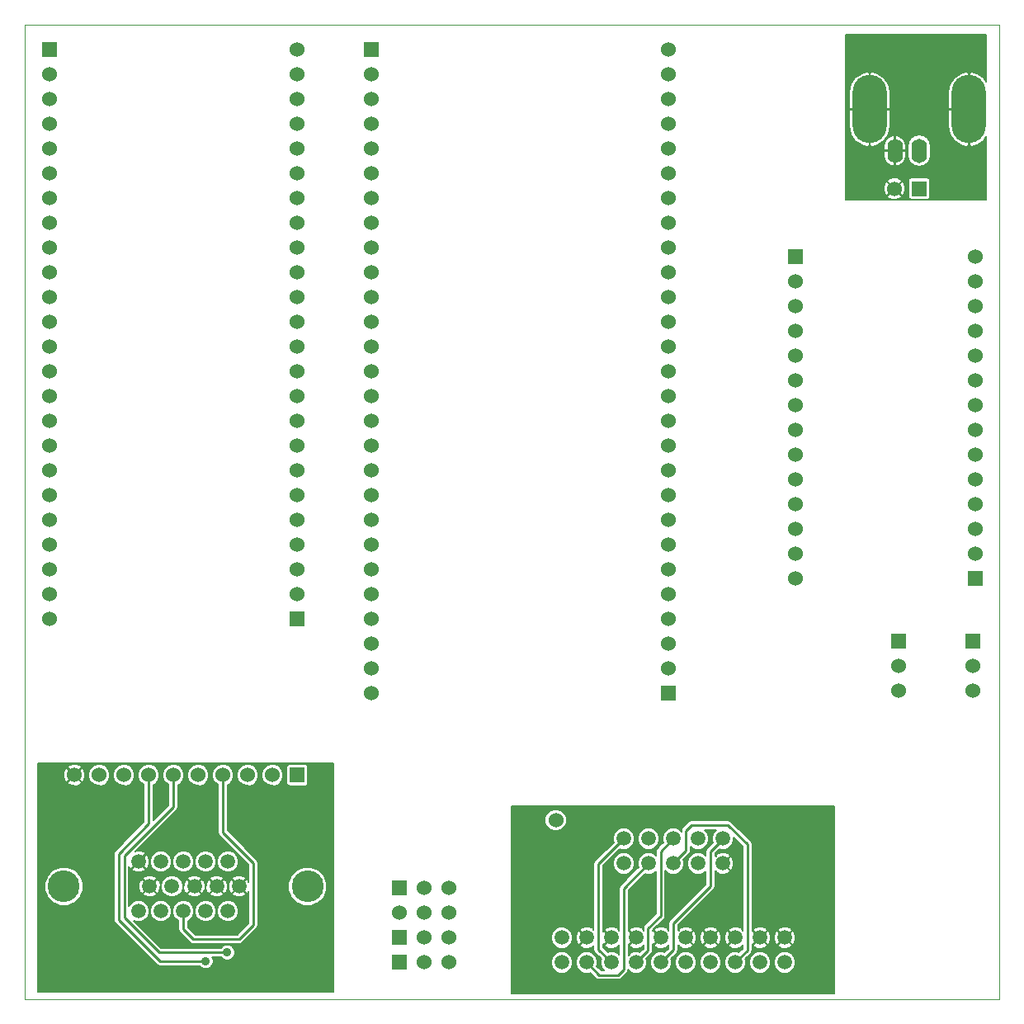
<source format=gbl>
G04 (created by PCBNEW (2013-mar-13)-testing) date Wed 17 Apr 2013 02:01:02 PM EDT*
%MOIN*%
G04 Gerber Fmt 3.4, Leading zero omitted, Abs format*
%FSLAX34Y34*%
G01*
G70*
G90*
G04 APERTURE LIST*
%ADD10C,0.006*%
%ADD11C,0.00393701*%
%ADD12R,0.06X0.06*%
%ADD13C,0.06*%
%ADD14C,0.128346*%
%ADD15C,0.0590551*%
%ADD16C,0.0593*%
%ADD17O,0.1378X0.2756*%
%ADD18O,0.063X0.0984*%
%ADD19C,0.035*%
%ADD20C,0.01*%
%ADD21C,0.008*%
G04 APERTURE END LIST*
G54D10*
G54D11*
X39370Y-39370D02*
X39370Y-78740D01*
X78740Y-39370D02*
X78740Y-78740D01*
X39370Y-78740D02*
X78740Y-78740D01*
X39370Y-39370D02*
X78740Y-39370D01*
G54D12*
X50370Y-63370D03*
G54D13*
X50370Y-62370D03*
X50370Y-61370D03*
X50370Y-60370D03*
X50370Y-59370D03*
X50370Y-58370D03*
X50370Y-57370D03*
X50370Y-56370D03*
X50370Y-55370D03*
X50370Y-54370D03*
X50370Y-53370D03*
X50370Y-52370D03*
X50370Y-51370D03*
X50370Y-50370D03*
X50370Y-49370D03*
X50370Y-48370D03*
X50370Y-47370D03*
X50370Y-46370D03*
X50370Y-45370D03*
X50370Y-44370D03*
X50370Y-43370D03*
X50370Y-42370D03*
X50370Y-41370D03*
X50370Y-40370D03*
G54D12*
X40370Y-40370D03*
G54D13*
X40370Y-41370D03*
X40370Y-42370D03*
X40370Y-43370D03*
X40370Y-44370D03*
X40370Y-45370D03*
X40370Y-46370D03*
X40370Y-47370D03*
X40370Y-48370D03*
X40370Y-49370D03*
X40370Y-50370D03*
X40370Y-51370D03*
X40370Y-52370D03*
X40370Y-53370D03*
X40370Y-54370D03*
X40370Y-55370D03*
X40370Y-56370D03*
X40370Y-57370D03*
X40370Y-58370D03*
X40370Y-59370D03*
X40370Y-60370D03*
X40370Y-61370D03*
X40370Y-62370D03*
X40370Y-63370D03*
G54D12*
X50370Y-69688D03*
G54D13*
X49370Y-69688D03*
X48370Y-69688D03*
X47370Y-69688D03*
X46370Y-69688D03*
X45370Y-69688D03*
X44370Y-69688D03*
X43370Y-69688D03*
X42370Y-69688D03*
X41370Y-69688D03*
G54D14*
X40948Y-74188D03*
X50791Y-74188D03*
G54D15*
X47570Y-73188D03*
X46669Y-73188D03*
X45771Y-73188D03*
X44866Y-73188D03*
X43964Y-73188D03*
X48019Y-74188D03*
X47118Y-74188D03*
X46216Y-74188D03*
X45314Y-74188D03*
X44413Y-74188D03*
X47570Y-75188D03*
X46669Y-75188D03*
X45771Y-75188D03*
X44866Y-75188D03*
X43964Y-75188D03*
G54D12*
X65370Y-66370D03*
G54D13*
X65370Y-65370D03*
X65370Y-64370D03*
X65370Y-63370D03*
X65370Y-62370D03*
X65370Y-61370D03*
X65370Y-60370D03*
X65370Y-59370D03*
X65370Y-58370D03*
X65370Y-57370D03*
X65370Y-56370D03*
X65370Y-55370D03*
X65370Y-54370D03*
X65370Y-53370D03*
X65370Y-52370D03*
X65370Y-51370D03*
X65370Y-50370D03*
X65370Y-49370D03*
X65370Y-48370D03*
X65370Y-47370D03*
X65370Y-46370D03*
X65370Y-45370D03*
X65370Y-44370D03*
X65370Y-43370D03*
X65370Y-42370D03*
X65370Y-41370D03*
X65370Y-40370D03*
G54D12*
X53370Y-40370D03*
G54D13*
X53370Y-41370D03*
X53370Y-42370D03*
X53370Y-43370D03*
X53370Y-44370D03*
X53370Y-45370D03*
X53370Y-46370D03*
X53370Y-47370D03*
X53370Y-48370D03*
X53370Y-49370D03*
X53370Y-50370D03*
X53370Y-51370D03*
X53370Y-52370D03*
X53370Y-53370D03*
X53370Y-54370D03*
X53370Y-55370D03*
X53370Y-56370D03*
X53370Y-57370D03*
X53370Y-58370D03*
X53370Y-59370D03*
X53370Y-60370D03*
X53370Y-61370D03*
X53370Y-62370D03*
X53370Y-63370D03*
X53370Y-64370D03*
X53370Y-65370D03*
X53370Y-66370D03*
G54D12*
X54500Y-77250D03*
G54D13*
X55500Y-77250D03*
X56500Y-77250D03*
G54D12*
X54500Y-74250D03*
G54D13*
X55500Y-74250D03*
X56500Y-74250D03*
G54D12*
X54500Y-76250D03*
G54D13*
X54500Y-75250D03*
X55500Y-76250D03*
X55500Y-75250D03*
X56500Y-76250D03*
X56500Y-75250D03*
X60816Y-71511D03*
G54D16*
X67566Y-72261D03*
X67566Y-73261D03*
X66566Y-72261D03*
X66566Y-73261D03*
X65566Y-72261D03*
X65566Y-73261D03*
X64566Y-72261D03*
X64566Y-73261D03*
X63566Y-72261D03*
X63566Y-73261D03*
X61066Y-77261D03*
X61066Y-76261D03*
X62066Y-77261D03*
X62066Y-76261D03*
X63066Y-77261D03*
X63066Y-76261D03*
X64066Y-77261D03*
X64066Y-76261D03*
X65066Y-77261D03*
X65066Y-76261D03*
X66066Y-77261D03*
X66066Y-76261D03*
X67066Y-77261D03*
X67066Y-76261D03*
X68066Y-77261D03*
X68066Y-76261D03*
X69066Y-77261D03*
X69066Y-76261D03*
X70066Y-77261D03*
X70066Y-76261D03*
G54D12*
X75500Y-46000D03*
G54D13*
X74500Y-46000D03*
G54D17*
X73493Y-42790D03*
X77508Y-42790D03*
G54D18*
X75500Y-44469D03*
X74516Y-44469D03*
G54D12*
X70500Y-48750D03*
G54D13*
X70500Y-49750D03*
X70500Y-50750D03*
X70500Y-51750D03*
X70500Y-52750D03*
X70500Y-53750D03*
X70500Y-54750D03*
X70500Y-55750D03*
X70500Y-56750D03*
X70500Y-57750D03*
X70500Y-58750D03*
X70500Y-59750D03*
X70500Y-60750D03*
X70500Y-61750D03*
G54D12*
X77750Y-61750D03*
G54D13*
X77750Y-60750D03*
X77750Y-59750D03*
X77750Y-58750D03*
X77750Y-57750D03*
X77750Y-56750D03*
X77750Y-55750D03*
X77750Y-54750D03*
X77750Y-53750D03*
X77750Y-52750D03*
X77750Y-51750D03*
X77750Y-50750D03*
X77750Y-49750D03*
X77750Y-48750D03*
G54D12*
X74671Y-64270D03*
G54D13*
X74671Y-65270D03*
X74671Y-66270D03*
G54D12*
X77671Y-64270D03*
G54D13*
X77671Y-65270D03*
X77671Y-66270D03*
G54D19*
X47539Y-76858D03*
X46673Y-77212D03*
G54D20*
X65566Y-73261D02*
X65566Y-73242D01*
X68559Y-76769D02*
X68066Y-77261D01*
X68559Y-72494D02*
X68559Y-76769D01*
X67771Y-71706D02*
X68559Y-72494D01*
X66314Y-71706D02*
X67771Y-71706D01*
X66078Y-71942D02*
X66314Y-71706D01*
X66078Y-72730D02*
X66078Y-71942D01*
X65566Y-73242D02*
X66078Y-72730D01*
X67566Y-72261D02*
X67566Y-72265D01*
X65566Y-76761D02*
X65066Y-77261D01*
X65566Y-75683D02*
X65566Y-76761D01*
X67062Y-74187D02*
X65566Y-75683D01*
X67062Y-72769D02*
X67062Y-74187D01*
X67566Y-72265D02*
X67062Y-72769D01*
X63566Y-72261D02*
X63555Y-72261D01*
X62535Y-76730D02*
X63066Y-77261D01*
X62535Y-73281D02*
X62535Y-76730D01*
X63555Y-72261D02*
X62535Y-73281D01*
X65566Y-72261D02*
X65562Y-72261D01*
X64543Y-76785D02*
X64066Y-77261D01*
X64543Y-75879D02*
X64543Y-76785D01*
X65055Y-75368D02*
X64543Y-75879D01*
X65055Y-72769D02*
X65055Y-75368D01*
X65562Y-72261D02*
X65055Y-72769D01*
X64566Y-73261D02*
X64562Y-73261D01*
X62574Y-77769D02*
X62066Y-77261D01*
X63322Y-77769D02*
X62574Y-77769D01*
X63559Y-77533D02*
X63322Y-77769D01*
X63559Y-74265D02*
X63559Y-77533D01*
X64562Y-73261D02*
X63559Y-74265D01*
X47370Y-69688D02*
X47370Y-72003D01*
X45771Y-75917D02*
X45771Y-75188D01*
X46181Y-76326D02*
X45771Y-75917D01*
X48031Y-76326D02*
X46181Y-76326D01*
X48602Y-75755D02*
X48031Y-76326D01*
X48602Y-73236D02*
X48602Y-75755D01*
X47370Y-72003D02*
X48602Y-73236D01*
X45370Y-69688D02*
X45370Y-70976D01*
X44783Y-76858D02*
X47539Y-76858D01*
X43385Y-75460D02*
X44783Y-76858D01*
X43385Y-72960D02*
X43385Y-75460D01*
X45370Y-70976D02*
X43385Y-72960D01*
X44370Y-69688D02*
X44370Y-71661D01*
X44822Y-77212D02*
X46673Y-77212D01*
X43149Y-75539D02*
X44822Y-77212D01*
X43149Y-72881D02*
X43149Y-75539D01*
X44370Y-71661D02*
X43149Y-72881D01*
G54D10*
G36*
X51830Y-78448D02*
X51573Y-78448D01*
X51573Y-74034D01*
X51454Y-73746D01*
X51234Y-73526D01*
X50947Y-73407D01*
X50810Y-73407D01*
X50810Y-69961D01*
X50810Y-69361D01*
X50788Y-69309D01*
X50749Y-69270D01*
X50698Y-69249D01*
X50642Y-69248D01*
X50042Y-69248D01*
X49990Y-69270D01*
X49951Y-69309D01*
X49930Y-69361D01*
X49930Y-69416D01*
X49930Y-70016D01*
X49951Y-70068D01*
X49990Y-70107D01*
X50042Y-70128D01*
X50097Y-70129D01*
X50697Y-70129D01*
X50749Y-70107D01*
X50788Y-70068D01*
X50810Y-70016D01*
X50810Y-69961D01*
X50810Y-73407D01*
X50636Y-73407D01*
X50349Y-73525D01*
X50129Y-73745D01*
X50009Y-74032D01*
X50009Y-74343D01*
X50128Y-74631D01*
X50347Y-74851D01*
X50635Y-74970D01*
X50946Y-74970D01*
X51233Y-74852D01*
X51453Y-74632D01*
X51572Y-74345D01*
X51573Y-74034D01*
X51573Y-78448D01*
X49810Y-78448D01*
X49810Y-69601D01*
X49743Y-69440D01*
X49619Y-69316D01*
X49457Y-69249D01*
X49282Y-69248D01*
X49121Y-69315D01*
X48997Y-69439D01*
X48930Y-69601D01*
X48930Y-69776D01*
X48996Y-69937D01*
X49120Y-70061D01*
X49282Y-70128D01*
X49457Y-70129D01*
X49618Y-70062D01*
X49742Y-69938D01*
X49810Y-69776D01*
X49810Y-69601D01*
X49810Y-78448D01*
X48810Y-78448D01*
X48810Y-69601D01*
X48743Y-69440D01*
X48619Y-69316D01*
X48457Y-69249D01*
X48282Y-69248D01*
X48121Y-69315D01*
X47997Y-69439D01*
X47930Y-69601D01*
X47930Y-69776D01*
X47996Y-69937D01*
X48120Y-70061D01*
X48282Y-70128D01*
X48457Y-70129D01*
X48618Y-70062D01*
X48742Y-69938D01*
X48810Y-69776D01*
X48810Y-69601D01*
X48810Y-78448D01*
X48792Y-78448D01*
X48792Y-75755D01*
X48792Y-73236D01*
X48777Y-73163D01*
X48736Y-73101D01*
X48736Y-73101D01*
X47560Y-71925D01*
X47560Y-70086D01*
X47618Y-70062D01*
X47742Y-69938D01*
X47810Y-69776D01*
X47810Y-69601D01*
X47743Y-69440D01*
X47619Y-69316D01*
X47457Y-69249D01*
X47282Y-69248D01*
X47121Y-69315D01*
X46997Y-69439D01*
X46930Y-69601D01*
X46930Y-69776D01*
X46996Y-69937D01*
X47120Y-70061D01*
X47180Y-70086D01*
X47180Y-72003D01*
X47194Y-72076D01*
X47235Y-72138D01*
X48412Y-73314D01*
X48412Y-73998D01*
X48392Y-73948D01*
X48384Y-73936D01*
X48315Y-73907D01*
X48301Y-73921D01*
X48301Y-73892D01*
X48272Y-73824D01*
X48113Y-73755D01*
X48006Y-73753D01*
X48006Y-73102D01*
X47940Y-72942D01*
X47817Y-72820D01*
X47657Y-72753D01*
X47484Y-72753D01*
X47324Y-72819D01*
X47202Y-72942D01*
X47135Y-73102D01*
X47135Y-73275D01*
X47201Y-73435D01*
X47323Y-73557D01*
X47483Y-73624D01*
X47657Y-73624D01*
X47817Y-73558D01*
X47939Y-73435D01*
X48006Y-73275D01*
X48006Y-73102D01*
X48006Y-73753D01*
X47940Y-73752D01*
X47779Y-73815D01*
X47766Y-73824D01*
X47737Y-73892D01*
X48019Y-74174D01*
X48301Y-73892D01*
X48301Y-73921D01*
X48033Y-74188D01*
X48315Y-74470D01*
X48384Y-74441D01*
X48412Y-74377D01*
X48412Y-75677D01*
X48301Y-75787D01*
X48301Y-74485D01*
X48019Y-74203D01*
X48005Y-74217D01*
X48005Y-74188D01*
X47723Y-73907D01*
X47654Y-73936D01*
X47585Y-74095D01*
X47583Y-74268D01*
X47646Y-74429D01*
X47654Y-74441D01*
X47723Y-74470D01*
X48005Y-74188D01*
X48005Y-74217D01*
X47737Y-74485D01*
X47766Y-74553D01*
X47925Y-74622D01*
X48098Y-74625D01*
X48260Y-74562D01*
X48272Y-74553D01*
X48301Y-74485D01*
X48301Y-75787D01*
X48006Y-76083D01*
X48006Y-75102D01*
X47940Y-74942D01*
X47817Y-74820D01*
X47657Y-74753D01*
X47554Y-74753D01*
X47554Y-74109D01*
X47491Y-73948D01*
X47482Y-73936D01*
X47414Y-73907D01*
X47400Y-73921D01*
X47400Y-73892D01*
X47370Y-73824D01*
X47211Y-73755D01*
X47104Y-73753D01*
X47104Y-73102D01*
X47038Y-72942D01*
X46916Y-72820D01*
X46810Y-72776D01*
X46810Y-69601D01*
X46743Y-69440D01*
X46619Y-69316D01*
X46457Y-69249D01*
X46282Y-69248D01*
X46121Y-69315D01*
X45997Y-69439D01*
X45930Y-69601D01*
X45930Y-69776D01*
X45996Y-69937D01*
X46120Y-70061D01*
X46282Y-70128D01*
X46457Y-70129D01*
X46618Y-70062D01*
X46742Y-69938D01*
X46810Y-69776D01*
X46810Y-69601D01*
X46810Y-72776D01*
X46756Y-72753D01*
X46583Y-72753D01*
X46423Y-72819D01*
X46300Y-72942D01*
X46234Y-73102D01*
X46233Y-73275D01*
X46300Y-73435D01*
X46422Y-73557D01*
X46582Y-73624D01*
X46755Y-73624D01*
X46915Y-73558D01*
X47038Y-73435D01*
X47104Y-73275D01*
X47104Y-73102D01*
X47104Y-73753D01*
X47038Y-73752D01*
X46877Y-73815D01*
X46865Y-73824D01*
X46836Y-73892D01*
X47118Y-74174D01*
X47400Y-73892D01*
X47400Y-73921D01*
X47132Y-74188D01*
X47414Y-74470D01*
X47482Y-74441D01*
X47551Y-74282D01*
X47554Y-74109D01*
X47554Y-74753D01*
X47484Y-74753D01*
X47400Y-74788D01*
X47400Y-74485D01*
X47118Y-74203D01*
X47103Y-74217D01*
X47103Y-74188D01*
X46822Y-73907D01*
X46753Y-73936D01*
X46684Y-74095D01*
X46681Y-74268D01*
X46745Y-74429D01*
X46753Y-74441D01*
X46822Y-74470D01*
X47103Y-74188D01*
X47103Y-74217D01*
X46836Y-74485D01*
X46865Y-74553D01*
X47024Y-74622D01*
X47197Y-74625D01*
X47358Y-74562D01*
X47370Y-74553D01*
X47400Y-74485D01*
X47400Y-74788D01*
X47324Y-74819D01*
X47202Y-74942D01*
X47135Y-75102D01*
X47135Y-75275D01*
X47201Y-75435D01*
X47323Y-75557D01*
X47483Y-75624D01*
X47657Y-75624D01*
X47817Y-75558D01*
X47939Y-75435D01*
X48006Y-75275D01*
X48006Y-75102D01*
X48006Y-76083D01*
X47952Y-76136D01*
X47104Y-76136D01*
X47104Y-75102D01*
X47038Y-74942D01*
X46916Y-74820D01*
X46756Y-74753D01*
X46653Y-74753D01*
X46653Y-74109D01*
X46589Y-73948D01*
X46581Y-73936D01*
X46512Y-73907D01*
X46498Y-73921D01*
X46498Y-73892D01*
X46469Y-73824D01*
X46310Y-73755D01*
X46207Y-73753D01*
X46207Y-73102D01*
X46140Y-72942D01*
X46018Y-72820D01*
X45858Y-72753D01*
X45685Y-72753D01*
X45525Y-72819D01*
X45402Y-72942D01*
X45336Y-73102D01*
X45336Y-73275D01*
X45402Y-73435D01*
X45524Y-73557D01*
X45684Y-73624D01*
X45857Y-73624D01*
X46017Y-73558D01*
X46140Y-73435D01*
X46206Y-73275D01*
X46207Y-73102D01*
X46207Y-73753D01*
X46137Y-73752D01*
X45976Y-73815D01*
X45963Y-73824D01*
X45934Y-73892D01*
X46216Y-74174D01*
X46498Y-73892D01*
X46498Y-73921D01*
X46230Y-74188D01*
X46512Y-74470D01*
X46581Y-74441D01*
X46650Y-74282D01*
X46653Y-74109D01*
X46653Y-74753D01*
X46583Y-74753D01*
X46498Y-74788D01*
X46498Y-74485D01*
X46216Y-74203D01*
X46202Y-74217D01*
X46202Y-74188D01*
X45920Y-73907D01*
X45851Y-73936D01*
X45782Y-74095D01*
X45779Y-74268D01*
X45843Y-74429D01*
X45851Y-74441D01*
X45920Y-74470D01*
X46202Y-74188D01*
X46202Y-74217D01*
X45934Y-74485D01*
X45963Y-74553D01*
X46122Y-74622D01*
X46295Y-74625D01*
X46456Y-74562D01*
X46469Y-74553D01*
X46498Y-74485D01*
X46498Y-74788D01*
X46423Y-74819D01*
X46300Y-74942D01*
X46234Y-75102D01*
X46233Y-75275D01*
X46300Y-75435D01*
X46422Y-75557D01*
X46582Y-75624D01*
X46755Y-75624D01*
X46915Y-75558D01*
X47038Y-75435D01*
X47104Y-75275D01*
X47104Y-75102D01*
X47104Y-76136D01*
X46259Y-76136D01*
X45961Y-75838D01*
X45961Y-75581D01*
X46017Y-75558D01*
X46140Y-75435D01*
X46206Y-75275D01*
X46207Y-75102D01*
X46140Y-74942D01*
X46018Y-74820D01*
X45858Y-74753D01*
X45750Y-74753D01*
X45750Y-74102D01*
X45684Y-73942D01*
X45561Y-73820D01*
X45401Y-73753D01*
X45301Y-73753D01*
X45301Y-73102D01*
X45235Y-72942D01*
X45113Y-72820D01*
X44953Y-72753D01*
X44779Y-72753D01*
X44619Y-72819D01*
X44497Y-72942D01*
X44430Y-73102D01*
X44430Y-73275D01*
X44496Y-73435D01*
X44619Y-73557D01*
X44779Y-73624D01*
X44952Y-73624D01*
X45112Y-73558D01*
X45234Y-73435D01*
X45301Y-73275D01*
X45301Y-73102D01*
X45301Y-73753D01*
X45228Y-73753D01*
X45068Y-73819D01*
X44946Y-73942D01*
X44879Y-74102D01*
X44879Y-74275D01*
X44945Y-74435D01*
X45068Y-74557D01*
X45227Y-74624D01*
X45401Y-74624D01*
X45561Y-74558D01*
X45683Y-74435D01*
X45750Y-74275D01*
X45750Y-74102D01*
X45750Y-74753D01*
X45685Y-74753D01*
X45525Y-74819D01*
X45402Y-74942D01*
X45336Y-75102D01*
X45336Y-75275D01*
X45402Y-75435D01*
X45524Y-75557D01*
X45581Y-75581D01*
X45581Y-75917D01*
X45596Y-75990D01*
X45637Y-76051D01*
X46046Y-76461D01*
X46108Y-76502D01*
X46181Y-76516D01*
X48031Y-76516D01*
X48104Y-76502D01*
X48165Y-76461D01*
X48736Y-75890D01*
X48736Y-75890D01*
X48736Y-75890D01*
X48777Y-75828D01*
X48792Y-75755D01*
X48792Y-78448D01*
X47854Y-78448D01*
X47854Y-76795D01*
X47806Y-76680D01*
X47718Y-76591D01*
X47602Y-76543D01*
X47476Y-76543D01*
X47361Y-76591D01*
X47283Y-76668D01*
X45301Y-76668D01*
X45301Y-75102D01*
X45235Y-74942D01*
X45113Y-74820D01*
X44953Y-74753D01*
X44850Y-74753D01*
X44850Y-74109D01*
X44786Y-73948D01*
X44778Y-73936D01*
X44709Y-73907D01*
X44695Y-73921D01*
X44695Y-73892D01*
X44666Y-73824D01*
X44507Y-73755D01*
X44401Y-73753D01*
X44401Y-73109D01*
X44337Y-72948D01*
X44329Y-72936D01*
X44260Y-72907D01*
X43978Y-73188D01*
X44260Y-73470D01*
X44329Y-73441D01*
X44398Y-73282D01*
X44401Y-73109D01*
X44401Y-73753D01*
X44334Y-73752D01*
X44246Y-73786D01*
X44246Y-73485D01*
X43964Y-73203D01*
X43682Y-73485D01*
X43711Y-73553D01*
X43870Y-73622D01*
X44043Y-73625D01*
X44204Y-73562D01*
X44217Y-73553D01*
X44246Y-73485D01*
X44246Y-73786D01*
X44173Y-73815D01*
X44160Y-73824D01*
X44131Y-73892D01*
X44413Y-74174D01*
X44695Y-73892D01*
X44695Y-73921D01*
X44427Y-74188D01*
X44709Y-74470D01*
X44778Y-74441D01*
X44847Y-74282D01*
X44850Y-74109D01*
X44850Y-74753D01*
X44779Y-74753D01*
X44695Y-74788D01*
X44695Y-74485D01*
X44413Y-74203D01*
X44399Y-74217D01*
X44399Y-74188D01*
X44117Y-73907D01*
X44048Y-73936D01*
X43979Y-74095D01*
X43976Y-74268D01*
X44040Y-74429D01*
X44048Y-74441D01*
X44117Y-74470D01*
X44399Y-74188D01*
X44399Y-74217D01*
X44131Y-74485D01*
X44160Y-74553D01*
X44319Y-74622D01*
X44492Y-74625D01*
X44653Y-74562D01*
X44666Y-74553D01*
X44695Y-74485D01*
X44695Y-74788D01*
X44619Y-74819D01*
X44497Y-74942D01*
X44430Y-75102D01*
X44430Y-75275D01*
X44496Y-75435D01*
X44619Y-75557D01*
X44779Y-75624D01*
X44952Y-75624D01*
X45112Y-75558D01*
X45234Y-75435D01*
X45301Y-75275D01*
X45301Y-75102D01*
X45301Y-76668D01*
X44862Y-76668D01*
X43775Y-75581D01*
X43877Y-75624D01*
X44050Y-75624D01*
X44210Y-75558D01*
X44333Y-75435D01*
X44399Y-75275D01*
X44399Y-75102D01*
X44333Y-74942D01*
X44211Y-74820D01*
X44051Y-74753D01*
X43878Y-74753D01*
X43718Y-74819D01*
X43595Y-74942D01*
X43575Y-74990D01*
X43575Y-73389D01*
X43591Y-73429D01*
X43599Y-73441D01*
X43668Y-73470D01*
X43950Y-73188D01*
X43944Y-73183D01*
X43958Y-73169D01*
X43964Y-73174D01*
X44246Y-72892D01*
X44217Y-72824D01*
X44058Y-72755D01*
X43885Y-72752D01*
X43848Y-72766D01*
X45504Y-71110D01*
X45504Y-71110D01*
X45504Y-71110D01*
X45545Y-71049D01*
X45560Y-70976D01*
X45560Y-70086D01*
X45618Y-70062D01*
X45742Y-69938D01*
X45810Y-69776D01*
X45810Y-69601D01*
X45743Y-69440D01*
X45619Y-69316D01*
X45457Y-69249D01*
X45282Y-69248D01*
X45121Y-69315D01*
X44997Y-69439D01*
X44930Y-69601D01*
X44930Y-69776D01*
X44996Y-69937D01*
X45120Y-70061D01*
X45180Y-70086D01*
X45180Y-70897D01*
X44560Y-71517D01*
X44560Y-70086D01*
X44618Y-70062D01*
X44742Y-69938D01*
X44810Y-69776D01*
X44810Y-69601D01*
X44743Y-69440D01*
X44619Y-69316D01*
X44457Y-69249D01*
X44282Y-69248D01*
X44121Y-69315D01*
X43997Y-69439D01*
X43930Y-69601D01*
X43930Y-69776D01*
X43996Y-69937D01*
X44120Y-70061D01*
X44180Y-70086D01*
X44180Y-71582D01*
X43810Y-71952D01*
X43810Y-69601D01*
X43743Y-69440D01*
X43619Y-69316D01*
X43457Y-69249D01*
X43282Y-69248D01*
X43121Y-69315D01*
X42997Y-69439D01*
X42930Y-69601D01*
X42930Y-69776D01*
X42996Y-69937D01*
X43120Y-70061D01*
X43282Y-70128D01*
X43457Y-70129D01*
X43618Y-70062D01*
X43742Y-69938D01*
X43810Y-69776D01*
X43810Y-69601D01*
X43810Y-71952D01*
X43015Y-72747D01*
X42974Y-72809D01*
X42959Y-72881D01*
X42959Y-75539D01*
X42974Y-75612D01*
X43015Y-75673D01*
X44688Y-77346D01*
X44688Y-77346D01*
X44750Y-77388D01*
X44822Y-77402D01*
X46417Y-77402D01*
X46494Y-77479D01*
X46610Y-77527D01*
X46735Y-77527D01*
X46851Y-77479D01*
X46940Y-77391D01*
X46988Y-77275D01*
X46988Y-77150D01*
X46946Y-77048D01*
X47283Y-77048D01*
X47360Y-77125D01*
X47476Y-77173D01*
X47601Y-77173D01*
X47717Y-77125D01*
X47806Y-77036D01*
X47854Y-76921D01*
X47854Y-76795D01*
X47854Y-78448D01*
X42810Y-78448D01*
X42810Y-69601D01*
X42743Y-69440D01*
X42619Y-69316D01*
X42457Y-69249D01*
X42282Y-69248D01*
X42121Y-69315D01*
X41997Y-69439D01*
X41930Y-69601D01*
X41930Y-69776D01*
X41996Y-69937D01*
X42120Y-70061D01*
X42282Y-70128D01*
X42457Y-70129D01*
X42618Y-70062D01*
X42742Y-69938D01*
X42810Y-69776D01*
X42810Y-69601D01*
X42810Y-78448D01*
X41811Y-78448D01*
X41811Y-69608D01*
X41747Y-69446D01*
X41738Y-69433D01*
X41669Y-69403D01*
X41655Y-69417D01*
X41655Y-69389D01*
X41625Y-69320D01*
X41465Y-69250D01*
X41290Y-69247D01*
X41127Y-69311D01*
X41114Y-69320D01*
X41084Y-69389D01*
X41370Y-69674D01*
X41655Y-69389D01*
X41655Y-69417D01*
X41384Y-69688D01*
X41669Y-69974D01*
X41738Y-69944D01*
X41808Y-69783D01*
X41811Y-69608D01*
X41811Y-78448D01*
X41730Y-78448D01*
X41730Y-74034D01*
X41655Y-73851D01*
X41655Y-69988D01*
X41370Y-69703D01*
X41355Y-69717D01*
X41355Y-69688D01*
X41070Y-69403D01*
X41001Y-69433D01*
X40931Y-69593D01*
X40928Y-69769D01*
X40992Y-69931D01*
X41001Y-69944D01*
X41070Y-69974D01*
X41355Y-69688D01*
X41355Y-69717D01*
X41084Y-69988D01*
X41114Y-70057D01*
X41275Y-70127D01*
X41450Y-70130D01*
X41612Y-70066D01*
X41625Y-70057D01*
X41655Y-69988D01*
X41655Y-73851D01*
X41611Y-73746D01*
X41392Y-73526D01*
X41104Y-73407D01*
X40794Y-73407D01*
X40506Y-73525D01*
X40286Y-73745D01*
X40167Y-74032D01*
X40166Y-74343D01*
X40285Y-74631D01*
X40505Y-74851D01*
X40792Y-74970D01*
X41103Y-74970D01*
X41391Y-74852D01*
X41611Y-74632D01*
X41730Y-74345D01*
X41730Y-74034D01*
X41730Y-78448D01*
X39910Y-78448D01*
X39910Y-69228D01*
X51830Y-69228D01*
X51830Y-78448D01*
X51830Y-78448D01*
G37*
G54D21*
X51830Y-78448D02*
X51573Y-78448D01*
X51573Y-74034D01*
X51454Y-73746D01*
X51234Y-73526D01*
X50947Y-73407D01*
X50810Y-73407D01*
X50810Y-69961D01*
X50810Y-69361D01*
X50788Y-69309D01*
X50749Y-69270D01*
X50698Y-69249D01*
X50642Y-69248D01*
X50042Y-69248D01*
X49990Y-69270D01*
X49951Y-69309D01*
X49930Y-69361D01*
X49930Y-69416D01*
X49930Y-70016D01*
X49951Y-70068D01*
X49990Y-70107D01*
X50042Y-70128D01*
X50097Y-70129D01*
X50697Y-70129D01*
X50749Y-70107D01*
X50788Y-70068D01*
X50810Y-70016D01*
X50810Y-69961D01*
X50810Y-73407D01*
X50636Y-73407D01*
X50349Y-73525D01*
X50129Y-73745D01*
X50009Y-74032D01*
X50009Y-74343D01*
X50128Y-74631D01*
X50347Y-74851D01*
X50635Y-74970D01*
X50946Y-74970D01*
X51233Y-74852D01*
X51453Y-74632D01*
X51572Y-74345D01*
X51573Y-74034D01*
X51573Y-78448D01*
X49810Y-78448D01*
X49810Y-69601D01*
X49743Y-69440D01*
X49619Y-69316D01*
X49457Y-69249D01*
X49282Y-69248D01*
X49121Y-69315D01*
X48997Y-69439D01*
X48930Y-69601D01*
X48930Y-69776D01*
X48996Y-69937D01*
X49120Y-70061D01*
X49282Y-70128D01*
X49457Y-70129D01*
X49618Y-70062D01*
X49742Y-69938D01*
X49810Y-69776D01*
X49810Y-69601D01*
X49810Y-78448D01*
X48810Y-78448D01*
X48810Y-69601D01*
X48743Y-69440D01*
X48619Y-69316D01*
X48457Y-69249D01*
X48282Y-69248D01*
X48121Y-69315D01*
X47997Y-69439D01*
X47930Y-69601D01*
X47930Y-69776D01*
X47996Y-69937D01*
X48120Y-70061D01*
X48282Y-70128D01*
X48457Y-70129D01*
X48618Y-70062D01*
X48742Y-69938D01*
X48810Y-69776D01*
X48810Y-69601D01*
X48810Y-78448D01*
X48792Y-78448D01*
X48792Y-75755D01*
X48792Y-73236D01*
X48777Y-73163D01*
X48736Y-73101D01*
X48736Y-73101D01*
X47560Y-71925D01*
X47560Y-70086D01*
X47618Y-70062D01*
X47742Y-69938D01*
X47810Y-69776D01*
X47810Y-69601D01*
X47743Y-69440D01*
X47619Y-69316D01*
X47457Y-69249D01*
X47282Y-69248D01*
X47121Y-69315D01*
X46997Y-69439D01*
X46930Y-69601D01*
X46930Y-69776D01*
X46996Y-69937D01*
X47120Y-70061D01*
X47180Y-70086D01*
X47180Y-72003D01*
X47194Y-72076D01*
X47235Y-72138D01*
X48412Y-73314D01*
X48412Y-73998D01*
X48392Y-73948D01*
X48384Y-73936D01*
X48315Y-73907D01*
X48301Y-73921D01*
X48301Y-73892D01*
X48272Y-73824D01*
X48113Y-73755D01*
X48006Y-73753D01*
X48006Y-73102D01*
X47940Y-72942D01*
X47817Y-72820D01*
X47657Y-72753D01*
X47484Y-72753D01*
X47324Y-72819D01*
X47202Y-72942D01*
X47135Y-73102D01*
X47135Y-73275D01*
X47201Y-73435D01*
X47323Y-73557D01*
X47483Y-73624D01*
X47657Y-73624D01*
X47817Y-73558D01*
X47939Y-73435D01*
X48006Y-73275D01*
X48006Y-73102D01*
X48006Y-73753D01*
X47940Y-73752D01*
X47779Y-73815D01*
X47766Y-73824D01*
X47737Y-73892D01*
X48019Y-74174D01*
X48301Y-73892D01*
X48301Y-73921D01*
X48033Y-74188D01*
X48315Y-74470D01*
X48384Y-74441D01*
X48412Y-74377D01*
X48412Y-75677D01*
X48301Y-75787D01*
X48301Y-74485D01*
X48019Y-74203D01*
X48005Y-74217D01*
X48005Y-74188D01*
X47723Y-73907D01*
X47654Y-73936D01*
X47585Y-74095D01*
X47583Y-74268D01*
X47646Y-74429D01*
X47654Y-74441D01*
X47723Y-74470D01*
X48005Y-74188D01*
X48005Y-74217D01*
X47737Y-74485D01*
X47766Y-74553D01*
X47925Y-74622D01*
X48098Y-74625D01*
X48260Y-74562D01*
X48272Y-74553D01*
X48301Y-74485D01*
X48301Y-75787D01*
X48006Y-76083D01*
X48006Y-75102D01*
X47940Y-74942D01*
X47817Y-74820D01*
X47657Y-74753D01*
X47554Y-74753D01*
X47554Y-74109D01*
X47491Y-73948D01*
X47482Y-73936D01*
X47414Y-73907D01*
X47400Y-73921D01*
X47400Y-73892D01*
X47370Y-73824D01*
X47211Y-73755D01*
X47104Y-73753D01*
X47104Y-73102D01*
X47038Y-72942D01*
X46916Y-72820D01*
X46810Y-72776D01*
X46810Y-69601D01*
X46743Y-69440D01*
X46619Y-69316D01*
X46457Y-69249D01*
X46282Y-69248D01*
X46121Y-69315D01*
X45997Y-69439D01*
X45930Y-69601D01*
X45930Y-69776D01*
X45996Y-69937D01*
X46120Y-70061D01*
X46282Y-70128D01*
X46457Y-70129D01*
X46618Y-70062D01*
X46742Y-69938D01*
X46810Y-69776D01*
X46810Y-69601D01*
X46810Y-72776D01*
X46756Y-72753D01*
X46583Y-72753D01*
X46423Y-72819D01*
X46300Y-72942D01*
X46234Y-73102D01*
X46233Y-73275D01*
X46300Y-73435D01*
X46422Y-73557D01*
X46582Y-73624D01*
X46755Y-73624D01*
X46915Y-73558D01*
X47038Y-73435D01*
X47104Y-73275D01*
X47104Y-73102D01*
X47104Y-73753D01*
X47038Y-73752D01*
X46877Y-73815D01*
X46865Y-73824D01*
X46836Y-73892D01*
X47118Y-74174D01*
X47400Y-73892D01*
X47400Y-73921D01*
X47132Y-74188D01*
X47414Y-74470D01*
X47482Y-74441D01*
X47551Y-74282D01*
X47554Y-74109D01*
X47554Y-74753D01*
X47484Y-74753D01*
X47400Y-74788D01*
X47400Y-74485D01*
X47118Y-74203D01*
X47103Y-74217D01*
X47103Y-74188D01*
X46822Y-73907D01*
X46753Y-73936D01*
X46684Y-74095D01*
X46681Y-74268D01*
X46745Y-74429D01*
X46753Y-74441D01*
X46822Y-74470D01*
X47103Y-74188D01*
X47103Y-74217D01*
X46836Y-74485D01*
X46865Y-74553D01*
X47024Y-74622D01*
X47197Y-74625D01*
X47358Y-74562D01*
X47370Y-74553D01*
X47400Y-74485D01*
X47400Y-74788D01*
X47324Y-74819D01*
X47202Y-74942D01*
X47135Y-75102D01*
X47135Y-75275D01*
X47201Y-75435D01*
X47323Y-75557D01*
X47483Y-75624D01*
X47657Y-75624D01*
X47817Y-75558D01*
X47939Y-75435D01*
X48006Y-75275D01*
X48006Y-75102D01*
X48006Y-76083D01*
X47952Y-76136D01*
X47104Y-76136D01*
X47104Y-75102D01*
X47038Y-74942D01*
X46916Y-74820D01*
X46756Y-74753D01*
X46653Y-74753D01*
X46653Y-74109D01*
X46589Y-73948D01*
X46581Y-73936D01*
X46512Y-73907D01*
X46498Y-73921D01*
X46498Y-73892D01*
X46469Y-73824D01*
X46310Y-73755D01*
X46207Y-73753D01*
X46207Y-73102D01*
X46140Y-72942D01*
X46018Y-72820D01*
X45858Y-72753D01*
X45685Y-72753D01*
X45525Y-72819D01*
X45402Y-72942D01*
X45336Y-73102D01*
X45336Y-73275D01*
X45402Y-73435D01*
X45524Y-73557D01*
X45684Y-73624D01*
X45857Y-73624D01*
X46017Y-73558D01*
X46140Y-73435D01*
X46206Y-73275D01*
X46207Y-73102D01*
X46207Y-73753D01*
X46137Y-73752D01*
X45976Y-73815D01*
X45963Y-73824D01*
X45934Y-73892D01*
X46216Y-74174D01*
X46498Y-73892D01*
X46498Y-73921D01*
X46230Y-74188D01*
X46512Y-74470D01*
X46581Y-74441D01*
X46650Y-74282D01*
X46653Y-74109D01*
X46653Y-74753D01*
X46583Y-74753D01*
X46498Y-74788D01*
X46498Y-74485D01*
X46216Y-74203D01*
X46202Y-74217D01*
X46202Y-74188D01*
X45920Y-73907D01*
X45851Y-73936D01*
X45782Y-74095D01*
X45779Y-74268D01*
X45843Y-74429D01*
X45851Y-74441D01*
X45920Y-74470D01*
X46202Y-74188D01*
X46202Y-74217D01*
X45934Y-74485D01*
X45963Y-74553D01*
X46122Y-74622D01*
X46295Y-74625D01*
X46456Y-74562D01*
X46469Y-74553D01*
X46498Y-74485D01*
X46498Y-74788D01*
X46423Y-74819D01*
X46300Y-74942D01*
X46234Y-75102D01*
X46233Y-75275D01*
X46300Y-75435D01*
X46422Y-75557D01*
X46582Y-75624D01*
X46755Y-75624D01*
X46915Y-75558D01*
X47038Y-75435D01*
X47104Y-75275D01*
X47104Y-75102D01*
X47104Y-76136D01*
X46259Y-76136D01*
X45961Y-75838D01*
X45961Y-75581D01*
X46017Y-75558D01*
X46140Y-75435D01*
X46206Y-75275D01*
X46207Y-75102D01*
X46140Y-74942D01*
X46018Y-74820D01*
X45858Y-74753D01*
X45750Y-74753D01*
X45750Y-74102D01*
X45684Y-73942D01*
X45561Y-73820D01*
X45401Y-73753D01*
X45301Y-73753D01*
X45301Y-73102D01*
X45235Y-72942D01*
X45113Y-72820D01*
X44953Y-72753D01*
X44779Y-72753D01*
X44619Y-72819D01*
X44497Y-72942D01*
X44430Y-73102D01*
X44430Y-73275D01*
X44496Y-73435D01*
X44619Y-73557D01*
X44779Y-73624D01*
X44952Y-73624D01*
X45112Y-73558D01*
X45234Y-73435D01*
X45301Y-73275D01*
X45301Y-73102D01*
X45301Y-73753D01*
X45228Y-73753D01*
X45068Y-73819D01*
X44946Y-73942D01*
X44879Y-74102D01*
X44879Y-74275D01*
X44945Y-74435D01*
X45068Y-74557D01*
X45227Y-74624D01*
X45401Y-74624D01*
X45561Y-74558D01*
X45683Y-74435D01*
X45750Y-74275D01*
X45750Y-74102D01*
X45750Y-74753D01*
X45685Y-74753D01*
X45525Y-74819D01*
X45402Y-74942D01*
X45336Y-75102D01*
X45336Y-75275D01*
X45402Y-75435D01*
X45524Y-75557D01*
X45581Y-75581D01*
X45581Y-75917D01*
X45596Y-75990D01*
X45637Y-76051D01*
X46046Y-76461D01*
X46108Y-76502D01*
X46181Y-76516D01*
X48031Y-76516D01*
X48104Y-76502D01*
X48165Y-76461D01*
X48736Y-75890D01*
X48736Y-75890D01*
X48736Y-75890D01*
X48777Y-75828D01*
X48792Y-75755D01*
X48792Y-78448D01*
X47854Y-78448D01*
X47854Y-76795D01*
X47806Y-76680D01*
X47718Y-76591D01*
X47602Y-76543D01*
X47476Y-76543D01*
X47361Y-76591D01*
X47283Y-76668D01*
X45301Y-76668D01*
X45301Y-75102D01*
X45235Y-74942D01*
X45113Y-74820D01*
X44953Y-74753D01*
X44850Y-74753D01*
X44850Y-74109D01*
X44786Y-73948D01*
X44778Y-73936D01*
X44709Y-73907D01*
X44695Y-73921D01*
X44695Y-73892D01*
X44666Y-73824D01*
X44507Y-73755D01*
X44401Y-73753D01*
X44401Y-73109D01*
X44337Y-72948D01*
X44329Y-72936D01*
X44260Y-72907D01*
X43978Y-73188D01*
X44260Y-73470D01*
X44329Y-73441D01*
X44398Y-73282D01*
X44401Y-73109D01*
X44401Y-73753D01*
X44334Y-73752D01*
X44246Y-73786D01*
X44246Y-73485D01*
X43964Y-73203D01*
X43682Y-73485D01*
X43711Y-73553D01*
X43870Y-73622D01*
X44043Y-73625D01*
X44204Y-73562D01*
X44217Y-73553D01*
X44246Y-73485D01*
X44246Y-73786D01*
X44173Y-73815D01*
X44160Y-73824D01*
X44131Y-73892D01*
X44413Y-74174D01*
X44695Y-73892D01*
X44695Y-73921D01*
X44427Y-74188D01*
X44709Y-74470D01*
X44778Y-74441D01*
X44847Y-74282D01*
X44850Y-74109D01*
X44850Y-74753D01*
X44779Y-74753D01*
X44695Y-74788D01*
X44695Y-74485D01*
X44413Y-74203D01*
X44399Y-74217D01*
X44399Y-74188D01*
X44117Y-73907D01*
X44048Y-73936D01*
X43979Y-74095D01*
X43976Y-74268D01*
X44040Y-74429D01*
X44048Y-74441D01*
X44117Y-74470D01*
X44399Y-74188D01*
X44399Y-74217D01*
X44131Y-74485D01*
X44160Y-74553D01*
X44319Y-74622D01*
X44492Y-74625D01*
X44653Y-74562D01*
X44666Y-74553D01*
X44695Y-74485D01*
X44695Y-74788D01*
X44619Y-74819D01*
X44497Y-74942D01*
X44430Y-75102D01*
X44430Y-75275D01*
X44496Y-75435D01*
X44619Y-75557D01*
X44779Y-75624D01*
X44952Y-75624D01*
X45112Y-75558D01*
X45234Y-75435D01*
X45301Y-75275D01*
X45301Y-75102D01*
X45301Y-76668D01*
X44862Y-76668D01*
X43775Y-75581D01*
X43877Y-75624D01*
X44050Y-75624D01*
X44210Y-75558D01*
X44333Y-75435D01*
X44399Y-75275D01*
X44399Y-75102D01*
X44333Y-74942D01*
X44211Y-74820D01*
X44051Y-74753D01*
X43878Y-74753D01*
X43718Y-74819D01*
X43595Y-74942D01*
X43575Y-74990D01*
X43575Y-73389D01*
X43591Y-73429D01*
X43599Y-73441D01*
X43668Y-73470D01*
X43950Y-73188D01*
X43944Y-73183D01*
X43958Y-73169D01*
X43964Y-73174D01*
X44246Y-72892D01*
X44217Y-72824D01*
X44058Y-72755D01*
X43885Y-72752D01*
X43848Y-72766D01*
X45504Y-71110D01*
X45504Y-71110D01*
X45504Y-71110D01*
X45545Y-71049D01*
X45560Y-70976D01*
X45560Y-70086D01*
X45618Y-70062D01*
X45742Y-69938D01*
X45810Y-69776D01*
X45810Y-69601D01*
X45743Y-69440D01*
X45619Y-69316D01*
X45457Y-69249D01*
X45282Y-69248D01*
X45121Y-69315D01*
X44997Y-69439D01*
X44930Y-69601D01*
X44930Y-69776D01*
X44996Y-69937D01*
X45120Y-70061D01*
X45180Y-70086D01*
X45180Y-70897D01*
X44560Y-71517D01*
X44560Y-70086D01*
X44618Y-70062D01*
X44742Y-69938D01*
X44810Y-69776D01*
X44810Y-69601D01*
X44743Y-69440D01*
X44619Y-69316D01*
X44457Y-69249D01*
X44282Y-69248D01*
X44121Y-69315D01*
X43997Y-69439D01*
X43930Y-69601D01*
X43930Y-69776D01*
X43996Y-69937D01*
X44120Y-70061D01*
X44180Y-70086D01*
X44180Y-71582D01*
X43810Y-71952D01*
X43810Y-69601D01*
X43743Y-69440D01*
X43619Y-69316D01*
X43457Y-69249D01*
X43282Y-69248D01*
X43121Y-69315D01*
X42997Y-69439D01*
X42930Y-69601D01*
X42930Y-69776D01*
X42996Y-69937D01*
X43120Y-70061D01*
X43282Y-70128D01*
X43457Y-70129D01*
X43618Y-70062D01*
X43742Y-69938D01*
X43810Y-69776D01*
X43810Y-69601D01*
X43810Y-71952D01*
X43015Y-72747D01*
X42974Y-72809D01*
X42959Y-72881D01*
X42959Y-75539D01*
X42974Y-75612D01*
X43015Y-75673D01*
X44688Y-77346D01*
X44688Y-77346D01*
X44750Y-77388D01*
X44822Y-77402D01*
X46417Y-77402D01*
X46494Y-77479D01*
X46610Y-77527D01*
X46735Y-77527D01*
X46851Y-77479D01*
X46940Y-77391D01*
X46988Y-77275D01*
X46988Y-77150D01*
X46946Y-77048D01*
X47283Y-77048D01*
X47360Y-77125D01*
X47476Y-77173D01*
X47601Y-77173D01*
X47717Y-77125D01*
X47806Y-77036D01*
X47854Y-76921D01*
X47854Y-76795D01*
X47854Y-78448D01*
X42810Y-78448D01*
X42810Y-69601D01*
X42743Y-69440D01*
X42619Y-69316D01*
X42457Y-69249D01*
X42282Y-69248D01*
X42121Y-69315D01*
X41997Y-69439D01*
X41930Y-69601D01*
X41930Y-69776D01*
X41996Y-69937D01*
X42120Y-70061D01*
X42282Y-70128D01*
X42457Y-70129D01*
X42618Y-70062D01*
X42742Y-69938D01*
X42810Y-69776D01*
X42810Y-69601D01*
X42810Y-78448D01*
X41811Y-78448D01*
X41811Y-69608D01*
X41747Y-69446D01*
X41738Y-69433D01*
X41669Y-69403D01*
X41655Y-69417D01*
X41655Y-69389D01*
X41625Y-69320D01*
X41465Y-69250D01*
X41290Y-69247D01*
X41127Y-69311D01*
X41114Y-69320D01*
X41084Y-69389D01*
X41370Y-69674D01*
X41655Y-69389D01*
X41655Y-69417D01*
X41384Y-69688D01*
X41669Y-69974D01*
X41738Y-69944D01*
X41808Y-69783D01*
X41811Y-69608D01*
X41811Y-78448D01*
X41730Y-78448D01*
X41730Y-74034D01*
X41655Y-73851D01*
X41655Y-69988D01*
X41370Y-69703D01*
X41355Y-69717D01*
X41355Y-69688D01*
X41070Y-69403D01*
X41001Y-69433D01*
X40931Y-69593D01*
X40928Y-69769D01*
X40992Y-69931D01*
X41001Y-69944D01*
X41070Y-69974D01*
X41355Y-69688D01*
X41355Y-69717D01*
X41084Y-69988D01*
X41114Y-70057D01*
X41275Y-70127D01*
X41450Y-70130D01*
X41612Y-70066D01*
X41625Y-70057D01*
X41655Y-69988D01*
X41655Y-73851D01*
X41611Y-73746D01*
X41392Y-73526D01*
X41104Y-73407D01*
X40794Y-73407D01*
X40506Y-73525D01*
X40286Y-73745D01*
X40167Y-74032D01*
X40166Y-74343D01*
X40285Y-74631D01*
X40505Y-74851D01*
X40792Y-74970D01*
X41103Y-74970D01*
X41391Y-74852D01*
X41611Y-74632D01*
X41730Y-74345D01*
X41730Y-74034D01*
X41730Y-78448D01*
X39910Y-78448D01*
X39910Y-69228D01*
X51830Y-69228D01*
X51830Y-78448D01*
G54D10*
G36*
X64865Y-75289D02*
X64408Y-75745D01*
X64367Y-75807D01*
X64353Y-75879D01*
X64353Y-75961D01*
X64349Y-75964D01*
X64320Y-75895D01*
X64161Y-75826D01*
X63987Y-75823D01*
X63825Y-75887D01*
X63813Y-75895D01*
X63784Y-75964D01*
X64066Y-76247D01*
X64072Y-76242D01*
X64086Y-76256D01*
X64081Y-76261D01*
X64086Y-76267D01*
X64072Y-76281D01*
X64066Y-76275D01*
X63784Y-76558D01*
X63813Y-76627D01*
X63972Y-76696D01*
X64146Y-76699D01*
X64307Y-76635D01*
X64320Y-76627D01*
X64349Y-76558D01*
X64349Y-76558D01*
X64353Y-76562D01*
X64353Y-76706D01*
X64349Y-76710D01*
X64211Y-76849D01*
X64154Y-76825D01*
X63980Y-76825D01*
X63819Y-76891D01*
X63749Y-76962D01*
X63749Y-76535D01*
X63769Y-76544D01*
X64052Y-76261D01*
X63769Y-75979D01*
X63749Y-75987D01*
X63749Y-74344D01*
X64420Y-73673D01*
X64479Y-73698D01*
X64653Y-73698D01*
X64813Y-73632D01*
X64865Y-73580D01*
X64865Y-75289D01*
X64865Y-75289D01*
G37*
G54D21*
X64865Y-75289D02*
X64408Y-75745D01*
X64367Y-75807D01*
X64353Y-75879D01*
X64353Y-75961D01*
X64349Y-75964D01*
X64320Y-75895D01*
X64161Y-75826D01*
X63987Y-75823D01*
X63825Y-75887D01*
X63813Y-75895D01*
X63784Y-75964D01*
X64066Y-76247D01*
X64072Y-76242D01*
X64086Y-76256D01*
X64081Y-76261D01*
X64086Y-76267D01*
X64072Y-76281D01*
X64066Y-76275D01*
X63784Y-76558D01*
X63813Y-76627D01*
X63972Y-76696D01*
X64146Y-76699D01*
X64307Y-76635D01*
X64320Y-76627D01*
X64349Y-76558D01*
X64349Y-76558D01*
X64353Y-76562D01*
X64353Y-76706D01*
X64349Y-76710D01*
X64211Y-76849D01*
X64154Y-76825D01*
X63980Y-76825D01*
X63819Y-76891D01*
X63749Y-76962D01*
X63749Y-76535D01*
X63769Y-76544D01*
X64052Y-76261D01*
X63769Y-75979D01*
X63749Y-75987D01*
X63749Y-74344D01*
X64420Y-73673D01*
X64479Y-73698D01*
X64653Y-73698D01*
X64813Y-73632D01*
X64865Y-73580D01*
X64865Y-75289D01*
G54D10*
G36*
X72062Y-78517D02*
X70504Y-78517D01*
X70504Y-76182D01*
X70441Y-76020D01*
X70432Y-76008D01*
X70363Y-75979D01*
X70349Y-75993D01*
X70349Y-75964D01*
X70320Y-75895D01*
X70161Y-75826D01*
X69987Y-75823D01*
X69825Y-75887D01*
X69813Y-75895D01*
X69784Y-75964D01*
X70066Y-76247D01*
X70349Y-75964D01*
X70349Y-75993D01*
X70081Y-76261D01*
X70363Y-76544D01*
X70432Y-76515D01*
X70501Y-76355D01*
X70504Y-76182D01*
X70504Y-78517D01*
X70503Y-78517D01*
X70503Y-77175D01*
X70437Y-77014D01*
X70349Y-76927D01*
X70349Y-76558D01*
X70066Y-76275D01*
X70052Y-76290D01*
X70052Y-76261D01*
X69769Y-75979D01*
X69701Y-76008D01*
X69631Y-76167D01*
X69629Y-76341D01*
X69692Y-76502D01*
X69701Y-76515D01*
X69769Y-76544D01*
X70052Y-76261D01*
X70052Y-76290D01*
X69784Y-76558D01*
X69813Y-76627D01*
X69972Y-76696D01*
X70146Y-76699D01*
X70307Y-76635D01*
X70320Y-76627D01*
X70349Y-76558D01*
X70349Y-76927D01*
X70314Y-76891D01*
X70154Y-76825D01*
X69980Y-76825D01*
X69819Y-76891D01*
X69697Y-77014D01*
X69630Y-77174D01*
X69630Y-77348D01*
X69696Y-77508D01*
X69819Y-77631D01*
X69979Y-77698D01*
X70153Y-77698D01*
X70313Y-77632D01*
X70436Y-77509D01*
X70503Y-77349D01*
X70503Y-77175D01*
X70503Y-78517D01*
X69504Y-78517D01*
X69504Y-76182D01*
X69441Y-76020D01*
X69432Y-76008D01*
X69363Y-75979D01*
X69349Y-75993D01*
X69349Y-75964D01*
X69320Y-75895D01*
X69161Y-75826D01*
X68987Y-75823D01*
X68825Y-75887D01*
X68813Y-75895D01*
X68784Y-75964D01*
X69066Y-76247D01*
X69349Y-75964D01*
X69349Y-75993D01*
X69081Y-76261D01*
X69363Y-76544D01*
X69432Y-76515D01*
X69501Y-76355D01*
X69504Y-76182D01*
X69504Y-78517D01*
X69503Y-78517D01*
X69503Y-77175D01*
X69437Y-77014D01*
X69349Y-76927D01*
X69349Y-76558D01*
X69066Y-76275D01*
X69052Y-76290D01*
X69052Y-76261D01*
X68769Y-75979D01*
X68749Y-75987D01*
X68749Y-72494D01*
X68734Y-72421D01*
X68693Y-72359D01*
X67906Y-71572D01*
X67844Y-71531D01*
X67771Y-71516D01*
X66314Y-71516D01*
X66242Y-71531D01*
X66180Y-71572D01*
X65944Y-71808D01*
X65903Y-71870D01*
X65888Y-71942D01*
X65888Y-71966D01*
X65814Y-71891D01*
X65654Y-71825D01*
X65480Y-71825D01*
X65319Y-71891D01*
X65197Y-72014D01*
X65130Y-72174D01*
X65130Y-72348D01*
X65153Y-72403D01*
X65003Y-72552D01*
X65003Y-72175D01*
X64937Y-72014D01*
X64814Y-71891D01*
X64654Y-71825D01*
X64480Y-71825D01*
X64319Y-71891D01*
X64197Y-72014D01*
X64130Y-72174D01*
X64130Y-72348D01*
X64196Y-72508D01*
X64319Y-72631D01*
X64479Y-72698D01*
X64653Y-72698D01*
X64813Y-72632D01*
X64936Y-72509D01*
X65003Y-72349D01*
X65003Y-72175D01*
X65003Y-72552D01*
X64920Y-72635D01*
X64879Y-72696D01*
X64865Y-72769D01*
X64865Y-72942D01*
X64814Y-72891D01*
X64654Y-72825D01*
X64480Y-72825D01*
X64319Y-72891D01*
X64197Y-73014D01*
X64130Y-73174D01*
X64130Y-73348D01*
X64153Y-73403D01*
X64003Y-73552D01*
X64003Y-73175D01*
X63937Y-73014D01*
X63814Y-72891D01*
X63654Y-72825D01*
X63480Y-72825D01*
X63319Y-72891D01*
X63197Y-73014D01*
X63130Y-73174D01*
X63130Y-73348D01*
X63196Y-73508D01*
X63319Y-73631D01*
X63479Y-73698D01*
X63653Y-73698D01*
X63813Y-73632D01*
X63936Y-73509D01*
X64003Y-73349D01*
X64003Y-73175D01*
X64003Y-73552D01*
X63424Y-74131D01*
X63383Y-74193D01*
X63369Y-74265D01*
X63369Y-75945D01*
X63349Y-75964D01*
X63320Y-75895D01*
X63161Y-75826D01*
X62987Y-75823D01*
X62825Y-75887D01*
X62813Y-75895D01*
X62784Y-75964D01*
X63066Y-76247D01*
X63072Y-76242D01*
X63086Y-76256D01*
X63081Y-76261D01*
X63086Y-76267D01*
X63072Y-76281D01*
X63066Y-76275D01*
X62784Y-76558D01*
X62813Y-76627D01*
X62972Y-76696D01*
X63146Y-76699D01*
X63307Y-76635D01*
X63320Y-76627D01*
X63349Y-76558D01*
X63349Y-76558D01*
X63369Y-76578D01*
X63369Y-76946D01*
X63349Y-76927D01*
X63314Y-76891D01*
X63154Y-76825D01*
X62980Y-76825D01*
X62922Y-76849D01*
X62725Y-76651D01*
X62725Y-76525D01*
X62769Y-76544D01*
X63052Y-76261D01*
X62769Y-75979D01*
X62725Y-75998D01*
X62725Y-73360D01*
X63414Y-72671D01*
X63479Y-72698D01*
X63653Y-72698D01*
X63813Y-72632D01*
X63936Y-72509D01*
X64003Y-72349D01*
X64003Y-72175D01*
X63937Y-72014D01*
X63814Y-71891D01*
X63654Y-71825D01*
X63480Y-71825D01*
X63319Y-71891D01*
X63197Y-72014D01*
X63130Y-72174D01*
X63130Y-72348D01*
X63150Y-72397D01*
X62401Y-73147D01*
X62359Y-73208D01*
X62345Y-73281D01*
X62345Y-75954D01*
X62320Y-75895D01*
X62161Y-75826D01*
X61987Y-75823D01*
X61825Y-75887D01*
X61813Y-75895D01*
X61784Y-75964D01*
X62066Y-76247D01*
X62072Y-76242D01*
X62086Y-76256D01*
X62081Y-76261D01*
X62086Y-76267D01*
X62072Y-76281D01*
X62066Y-76275D01*
X62052Y-76290D01*
X62052Y-76261D01*
X61769Y-75979D01*
X61701Y-76008D01*
X61631Y-76167D01*
X61629Y-76341D01*
X61692Y-76502D01*
X61701Y-76515D01*
X61769Y-76544D01*
X62052Y-76261D01*
X62052Y-76290D01*
X61784Y-76558D01*
X61813Y-76627D01*
X61972Y-76696D01*
X62146Y-76699D01*
X62307Y-76635D01*
X62320Y-76627D01*
X62345Y-76568D01*
X62345Y-76730D01*
X62359Y-76803D01*
X62401Y-76864D01*
X62654Y-77117D01*
X62630Y-77174D01*
X62630Y-77348D01*
X62696Y-77508D01*
X62767Y-77579D01*
X62653Y-77579D01*
X62479Y-77405D01*
X62503Y-77349D01*
X62503Y-77175D01*
X62437Y-77014D01*
X62314Y-76891D01*
X62154Y-76825D01*
X61980Y-76825D01*
X61819Y-76891D01*
X61697Y-77014D01*
X61630Y-77174D01*
X61630Y-77348D01*
X61696Y-77508D01*
X61819Y-77631D01*
X61979Y-77698D01*
X62153Y-77698D01*
X62210Y-77674D01*
X62440Y-77904D01*
X62440Y-77904D01*
X62502Y-77945D01*
X62574Y-77959D01*
X63322Y-77959D01*
X63395Y-77945D01*
X63457Y-77904D01*
X63693Y-77667D01*
X63734Y-77606D01*
X63744Y-77556D01*
X63819Y-77631D01*
X63979Y-77698D01*
X64153Y-77698D01*
X64313Y-77632D01*
X64436Y-77509D01*
X64503Y-77349D01*
X64503Y-77175D01*
X64479Y-77117D01*
X64677Y-76919D01*
X64677Y-76919D01*
X64677Y-76919D01*
X64718Y-76858D01*
X64733Y-76785D01*
X64733Y-76528D01*
X64769Y-76544D01*
X65052Y-76261D01*
X64769Y-75979D01*
X64733Y-75994D01*
X64733Y-75958D01*
X65189Y-75502D01*
X65189Y-75502D01*
X65189Y-75502D01*
X65230Y-75440D01*
X65245Y-75368D01*
X65245Y-73557D01*
X65319Y-73631D01*
X65479Y-73698D01*
X65653Y-73698D01*
X65813Y-73632D01*
X65936Y-73509D01*
X66003Y-73349D01*
X66003Y-73175D01*
X65973Y-73103D01*
X66213Y-72864D01*
X66213Y-72864D01*
X66213Y-72864D01*
X66254Y-72803D01*
X66268Y-72730D01*
X66268Y-72580D01*
X66319Y-72631D01*
X66479Y-72698D01*
X66653Y-72698D01*
X66813Y-72632D01*
X66936Y-72509D01*
X67003Y-72349D01*
X67003Y-72175D01*
X66937Y-72014D01*
X66819Y-71896D01*
X67314Y-71896D01*
X67197Y-72014D01*
X67130Y-72174D01*
X67130Y-72348D01*
X67155Y-72408D01*
X66928Y-72635D01*
X66887Y-72696D01*
X66872Y-72769D01*
X66872Y-72950D01*
X66814Y-72891D01*
X66654Y-72825D01*
X66480Y-72825D01*
X66319Y-72891D01*
X66197Y-73014D01*
X66130Y-73174D01*
X66130Y-73348D01*
X66196Y-73508D01*
X66319Y-73631D01*
X66479Y-73698D01*
X66653Y-73698D01*
X66813Y-73632D01*
X66872Y-73573D01*
X66872Y-74108D01*
X65432Y-75548D01*
X65391Y-75610D01*
X65376Y-75683D01*
X65376Y-75943D01*
X65374Y-75940D01*
X65349Y-75964D01*
X65320Y-75895D01*
X65161Y-75826D01*
X64987Y-75823D01*
X64825Y-75887D01*
X64813Y-75895D01*
X64784Y-75964D01*
X65066Y-76247D01*
X65072Y-76242D01*
X65086Y-76256D01*
X65081Y-76261D01*
X65086Y-76267D01*
X65072Y-76281D01*
X65066Y-76275D01*
X64784Y-76558D01*
X64813Y-76627D01*
X64972Y-76696D01*
X65146Y-76699D01*
X65307Y-76635D01*
X65320Y-76627D01*
X65349Y-76558D01*
X65349Y-76558D01*
X65374Y-76583D01*
X65376Y-76580D01*
X65376Y-76683D01*
X65349Y-76710D01*
X65211Y-76849D01*
X65154Y-76825D01*
X64980Y-76825D01*
X64819Y-76891D01*
X64697Y-77014D01*
X64630Y-77174D01*
X64630Y-77348D01*
X64696Y-77508D01*
X64819Y-77631D01*
X64979Y-77698D01*
X65153Y-77698D01*
X65313Y-77632D01*
X65436Y-77509D01*
X65503Y-77349D01*
X65503Y-77175D01*
X65479Y-77117D01*
X65701Y-76896D01*
X65742Y-76834D01*
X65756Y-76761D01*
X65756Y-76580D01*
X65759Y-76583D01*
X65784Y-76558D01*
X65813Y-76627D01*
X65972Y-76696D01*
X66146Y-76699D01*
X66307Y-76635D01*
X66320Y-76627D01*
X66349Y-76558D01*
X66066Y-76275D01*
X66061Y-76281D01*
X66047Y-76267D01*
X66052Y-76261D01*
X66047Y-76256D01*
X66061Y-76242D01*
X66066Y-76247D01*
X66349Y-75964D01*
X66320Y-75895D01*
X66161Y-75826D01*
X65987Y-75823D01*
X65825Y-75887D01*
X65813Y-75895D01*
X65784Y-75964D01*
X65759Y-75940D01*
X65756Y-75943D01*
X65756Y-75761D01*
X67197Y-74321D01*
X67197Y-74321D01*
X67197Y-74321D01*
X67238Y-74259D01*
X67252Y-74187D01*
X67252Y-73576D01*
X67259Y-73583D01*
X67284Y-73558D01*
X67313Y-73627D01*
X67472Y-73696D01*
X67646Y-73699D01*
X67807Y-73635D01*
X67820Y-73627D01*
X67849Y-73558D01*
X67566Y-73275D01*
X67561Y-73281D01*
X67547Y-73267D01*
X67552Y-73261D01*
X67547Y-73256D01*
X67561Y-73242D01*
X67566Y-73247D01*
X67849Y-72964D01*
X67820Y-72895D01*
X67661Y-72826D01*
X67487Y-72823D01*
X67325Y-72887D01*
X67313Y-72895D01*
X67284Y-72964D01*
X67259Y-72940D01*
X67252Y-72947D01*
X67252Y-72848D01*
X67425Y-72675D01*
X67479Y-72698D01*
X67653Y-72698D01*
X67813Y-72632D01*
X67936Y-72509D01*
X68003Y-72349D01*
X68003Y-72207D01*
X68369Y-72572D01*
X68369Y-75945D01*
X68349Y-75964D01*
X68320Y-75895D01*
X68161Y-75826D01*
X68004Y-75824D01*
X68004Y-73182D01*
X67941Y-73020D01*
X67932Y-73008D01*
X67863Y-72979D01*
X67849Y-72993D01*
X67581Y-73261D01*
X67863Y-73544D01*
X67932Y-73515D01*
X68001Y-73355D01*
X68004Y-73182D01*
X68004Y-75824D01*
X67987Y-75823D01*
X67849Y-75878D01*
X67825Y-75887D01*
X67813Y-75895D01*
X67784Y-75964D01*
X68066Y-76247D01*
X68072Y-76242D01*
X68086Y-76256D01*
X68081Y-76261D01*
X68086Y-76267D01*
X68072Y-76281D01*
X68066Y-76275D01*
X68052Y-76290D01*
X68052Y-76261D01*
X67769Y-75979D01*
X67701Y-76008D01*
X67631Y-76167D01*
X67629Y-76341D01*
X67692Y-76502D01*
X67701Y-76515D01*
X67769Y-76544D01*
X68052Y-76261D01*
X68052Y-76290D01*
X67784Y-76558D01*
X67813Y-76627D01*
X67972Y-76696D01*
X68146Y-76699D01*
X68307Y-76635D01*
X68320Y-76627D01*
X68349Y-76558D01*
X68349Y-76558D01*
X68369Y-76578D01*
X68369Y-76690D01*
X68349Y-76710D01*
X68211Y-76849D01*
X68154Y-76825D01*
X67980Y-76825D01*
X67819Y-76891D01*
X67697Y-77014D01*
X67630Y-77174D01*
X67630Y-77348D01*
X67696Y-77508D01*
X67819Y-77631D01*
X67979Y-77698D01*
X68153Y-77698D01*
X68313Y-77632D01*
X68436Y-77509D01*
X68503Y-77349D01*
X68503Y-77175D01*
X68479Y-77117D01*
X68693Y-76904D01*
X68693Y-76904D01*
X68693Y-76904D01*
X68734Y-76842D01*
X68734Y-76842D01*
X68746Y-76784D01*
X68749Y-76769D01*
X68749Y-76769D01*
X68749Y-76769D01*
X68749Y-76535D01*
X68769Y-76544D01*
X69052Y-76261D01*
X69052Y-76290D01*
X68784Y-76558D01*
X68813Y-76627D01*
X68972Y-76696D01*
X69146Y-76699D01*
X69307Y-76635D01*
X69320Y-76627D01*
X69349Y-76558D01*
X69349Y-76927D01*
X69314Y-76891D01*
X69154Y-76825D01*
X68980Y-76825D01*
X68819Y-76891D01*
X68697Y-77014D01*
X68630Y-77174D01*
X68630Y-77348D01*
X68696Y-77508D01*
X68819Y-77631D01*
X68979Y-77698D01*
X69153Y-77698D01*
X69313Y-77632D01*
X69436Y-77509D01*
X69503Y-77349D01*
X69503Y-77175D01*
X69503Y-78517D01*
X67504Y-78517D01*
X67504Y-76182D01*
X67441Y-76020D01*
X67432Y-76008D01*
X67363Y-75979D01*
X67349Y-75993D01*
X67349Y-75964D01*
X67320Y-75895D01*
X67161Y-75826D01*
X66987Y-75823D01*
X66825Y-75887D01*
X66813Y-75895D01*
X66784Y-75964D01*
X67066Y-76247D01*
X67349Y-75964D01*
X67349Y-75993D01*
X67081Y-76261D01*
X67363Y-76544D01*
X67432Y-76515D01*
X67501Y-76355D01*
X67504Y-76182D01*
X67504Y-78517D01*
X67503Y-78517D01*
X67503Y-77175D01*
X67437Y-77014D01*
X67349Y-76927D01*
X67349Y-76558D01*
X67066Y-76275D01*
X67052Y-76290D01*
X67052Y-76261D01*
X66769Y-75979D01*
X66701Y-76008D01*
X66631Y-76167D01*
X66629Y-76341D01*
X66692Y-76502D01*
X66701Y-76515D01*
X66769Y-76544D01*
X67052Y-76261D01*
X67052Y-76290D01*
X66784Y-76558D01*
X66813Y-76627D01*
X66972Y-76696D01*
X67146Y-76699D01*
X67307Y-76635D01*
X67320Y-76627D01*
X67349Y-76558D01*
X67349Y-76927D01*
X67314Y-76891D01*
X67154Y-76825D01*
X66980Y-76825D01*
X66819Y-76891D01*
X66697Y-77014D01*
X66630Y-77174D01*
X66630Y-77348D01*
X66696Y-77508D01*
X66819Y-77631D01*
X66979Y-77698D01*
X67153Y-77698D01*
X67313Y-77632D01*
X67436Y-77509D01*
X67503Y-77349D01*
X67503Y-77175D01*
X67503Y-78517D01*
X66504Y-78517D01*
X66504Y-76182D01*
X66441Y-76020D01*
X66432Y-76008D01*
X66363Y-75979D01*
X66349Y-75993D01*
X66081Y-76261D01*
X66363Y-76544D01*
X66432Y-76515D01*
X66501Y-76355D01*
X66504Y-76182D01*
X66504Y-78517D01*
X66503Y-78517D01*
X66503Y-77175D01*
X66437Y-77014D01*
X66349Y-76927D01*
X66314Y-76891D01*
X66154Y-76825D01*
X65980Y-76825D01*
X65819Y-76891D01*
X65697Y-77014D01*
X65630Y-77174D01*
X65630Y-77348D01*
X65696Y-77508D01*
X65819Y-77631D01*
X65979Y-77698D01*
X66153Y-77698D01*
X66313Y-77632D01*
X66436Y-77509D01*
X66503Y-77349D01*
X66503Y-77175D01*
X66503Y-78517D01*
X61503Y-78517D01*
X61503Y-77175D01*
X61503Y-76175D01*
X61437Y-76014D01*
X61314Y-75891D01*
X61257Y-75868D01*
X61257Y-71424D01*
X61190Y-71262D01*
X61066Y-71139D01*
X60904Y-71071D01*
X60729Y-71071D01*
X60568Y-71138D01*
X60444Y-71262D01*
X60377Y-71423D01*
X60376Y-71598D01*
X60443Y-71760D01*
X60567Y-71884D01*
X60729Y-71951D01*
X60904Y-71951D01*
X61065Y-71885D01*
X61189Y-71761D01*
X61256Y-71599D01*
X61257Y-71424D01*
X61257Y-75868D01*
X61154Y-75825D01*
X60980Y-75825D01*
X60819Y-75891D01*
X60697Y-76014D01*
X60630Y-76174D01*
X60630Y-76348D01*
X60696Y-76508D01*
X60819Y-76631D01*
X60979Y-76698D01*
X61153Y-76698D01*
X61313Y-76632D01*
X61436Y-76509D01*
X61503Y-76349D01*
X61503Y-76175D01*
X61503Y-77175D01*
X61437Y-77014D01*
X61314Y-76891D01*
X61154Y-76825D01*
X60980Y-76825D01*
X60819Y-76891D01*
X60697Y-77014D01*
X60630Y-77174D01*
X60630Y-77348D01*
X60696Y-77508D01*
X60819Y-77631D01*
X60979Y-77698D01*
X61153Y-77698D01*
X61313Y-77632D01*
X61436Y-77509D01*
X61503Y-77349D01*
X61503Y-77175D01*
X61503Y-78517D01*
X59032Y-78517D01*
X59032Y-70959D01*
X72062Y-70959D01*
X72062Y-78517D01*
X72062Y-78517D01*
G37*
G54D21*
X72062Y-78517D02*
X70504Y-78517D01*
X70504Y-76182D01*
X70441Y-76020D01*
X70432Y-76008D01*
X70363Y-75979D01*
X70349Y-75993D01*
X70349Y-75964D01*
X70320Y-75895D01*
X70161Y-75826D01*
X69987Y-75823D01*
X69825Y-75887D01*
X69813Y-75895D01*
X69784Y-75964D01*
X70066Y-76247D01*
X70349Y-75964D01*
X70349Y-75993D01*
X70081Y-76261D01*
X70363Y-76544D01*
X70432Y-76515D01*
X70501Y-76355D01*
X70504Y-76182D01*
X70504Y-78517D01*
X70503Y-78517D01*
X70503Y-77175D01*
X70437Y-77014D01*
X70349Y-76927D01*
X70349Y-76558D01*
X70066Y-76275D01*
X70052Y-76290D01*
X70052Y-76261D01*
X69769Y-75979D01*
X69701Y-76008D01*
X69631Y-76167D01*
X69629Y-76341D01*
X69692Y-76502D01*
X69701Y-76515D01*
X69769Y-76544D01*
X70052Y-76261D01*
X70052Y-76290D01*
X69784Y-76558D01*
X69813Y-76627D01*
X69972Y-76696D01*
X70146Y-76699D01*
X70307Y-76635D01*
X70320Y-76627D01*
X70349Y-76558D01*
X70349Y-76927D01*
X70314Y-76891D01*
X70154Y-76825D01*
X69980Y-76825D01*
X69819Y-76891D01*
X69697Y-77014D01*
X69630Y-77174D01*
X69630Y-77348D01*
X69696Y-77508D01*
X69819Y-77631D01*
X69979Y-77698D01*
X70153Y-77698D01*
X70313Y-77632D01*
X70436Y-77509D01*
X70503Y-77349D01*
X70503Y-77175D01*
X70503Y-78517D01*
X69504Y-78517D01*
X69504Y-76182D01*
X69441Y-76020D01*
X69432Y-76008D01*
X69363Y-75979D01*
X69349Y-75993D01*
X69349Y-75964D01*
X69320Y-75895D01*
X69161Y-75826D01*
X68987Y-75823D01*
X68825Y-75887D01*
X68813Y-75895D01*
X68784Y-75964D01*
X69066Y-76247D01*
X69349Y-75964D01*
X69349Y-75993D01*
X69081Y-76261D01*
X69363Y-76544D01*
X69432Y-76515D01*
X69501Y-76355D01*
X69504Y-76182D01*
X69504Y-78517D01*
X69503Y-78517D01*
X69503Y-77175D01*
X69437Y-77014D01*
X69349Y-76927D01*
X69349Y-76558D01*
X69066Y-76275D01*
X69052Y-76290D01*
X69052Y-76261D01*
X68769Y-75979D01*
X68749Y-75987D01*
X68749Y-72494D01*
X68734Y-72421D01*
X68693Y-72359D01*
X67906Y-71572D01*
X67844Y-71531D01*
X67771Y-71516D01*
X66314Y-71516D01*
X66242Y-71531D01*
X66180Y-71572D01*
X65944Y-71808D01*
X65903Y-71870D01*
X65888Y-71942D01*
X65888Y-71966D01*
X65814Y-71891D01*
X65654Y-71825D01*
X65480Y-71825D01*
X65319Y-71891D01*
X65197Y-72014D01*
X65130Y-72174D01*
X65130Y-72348D01*
X65153Y-72403D01*
X65003Y-72552D01*
X65003Y-72175D01*
X64937Y-72014D01*
X64814Y-71891D01*
X64654Y-71825D01*
X64480Y-71825D01*
X64319Y-71891D01*
X64197Y-72014D01*
X64130Y-72174D01*
X64130Y-72348D01*
X64196Y-72508D01*
X64319Y-72631D01*
X64479Y-72698D01*
X64653Y-72698D01*
X64813Y-72632D01*
X64936Y-72509D01*
X65003Y-72349D01*
X65003Y-72175D01*
X65003Y-72552D01*
X64920Y-72635D01*
X64879Y-72696D01*
X64865Y-72769D01*
X64865Y-72942D01*
X64814Y-72891D01*
X64654Y-72825D01*
X64480Y-72825D01*
X64319Y-72891D01*
X64197Y-73014D01*
X64130Y-73174D01*
X64130Y-73348D01*
X64153Y-73403D01*
X64003Y-73552D01*
X64003Y-73175D01*
X63937Y-73014D01*
X63814Y-72891D01*
X63654Y-72825D01*
X63480Y-72825D01*
X63319Y-72891D01*
X63197Y-73014D01*
X63130Y-73174D01*
X63130Y-73348D01*
X63196Y-73508D01*
X63319Y-73631D01*
X63479Y-73698D01*
X63653Y-73698D01*
X63813Y-73632D01*
X63936Y-73509D01*
X64003Y-73349D01*
X64003Y-73175D01*
X64003Y-73552D01*
X63424Y-74131D01*
X63383Y-74193D01*
X63369Y-74265D01*
X63369Y-75945D01*
X63349Y-75964D01*
X63320Y-75895D01*
X63161Y-75826D01*
X62987Y-75823D01*
X62825Y-75887D01*
X62813Y-75895D01*
X62784Y-75964D01*
X63066Y-76247D01*
X63072Y-76242D01*
X63086Y-76256D01*
X63081Y-76261D01*
X63086Y-76267D01*
X63072Y-76281D01*
X63066Y-76275D01*
X62784Y-76558D01*
X62813Y-76627D01*
X62972Y-76696D01*
X63146Y-76699D01*
X63307Y-76635D01*
X63320Y-76627D01*
X63349Y-76558D01*
X63349Y-76558D01*
X63369Y-76578D01*
X63369Y-76946D01*
X63349Y-76927D01*
X63314Y-76891D01*
X63154Y-76825D01*
X62980Y-76825D01*
X62922Y-76849D01*
X62725Y-76651D01*
X62725Y-76525D01*
X62769Y-76544D01*
X63052Y-76261D01*
X62769Y-75979D01*
X62725Y-75998D01*
X62725Y-73360D01*
X63414Y-72671D01*
X63479Y-72698D01*
X63653Y-72698D01*
X63813Y-72632D01*
X63936Y-72509D01*
X64003Y-72349D01*
X64003Y-72175D01*
X63937Y-72014D01*
X63814Y-71891D01*
X63654Y-71825D01*
X63480Y-71825D01*
X63319Y-71891D01*
X63197Y-72014D01*
X63130Y-72174D01*
X63130Y-72348D01*
X63150Y-72397D01*
X62401Y-73147D01*
X62359Y-73208D01*
X62345Y-73281D01*
X62345Y-75954D01*
X62320Y-75895D01*
X62161Y-75826D01*
X61987Y-75823D01*
X61825Y-75887D01*
X61813Y-75895D01*
X61784Y-75964D01*
X62066Y-76247D01*
X62072Y-76242D01*
X62086Y-76256D01*
X62081Y-76261D01*
X62086Y-76267D01*
X62072Y-76281D01*
X62066Y-76275D01*
X62052Y-76290D01*
X62052Y-76261D01*
X61769Y-75979D01*
X61701Y-76008D01*
X61631Y-76167D01*
X61629Y-76341D01*
X61692Y-76502D01*
X61701Y-76515D01*
X61769Y-76544D01*
X62052Y-76261D01*
X62052Y-76290D01*
X61784Y-76558D01*
X61813Y-76627D01*
X61972Y-76696D01*
X62146Y-76699D01*
X62307Y-76635D01*
X62320Y-76627D01*
X62345Y-76568D01*
X62345Y-76730D01*
X62359Y-76803D01*
X62401Y-76864D01*
X62654Y-77117D01*
X62630Y-77174D01*
X62630Y-77348D01*
X62696Y-77508D01*
X62767Y-77579D01*
X62653Y-77579D01*
X62479Y-77405D01*
X62503Y-77349D01*
X62503Y-77175D01*
X62437Y-77014D01*
X62314Y-76891D01*
X62154Y-76825D01*
X61980Y-76825D01*
X61819Y-76891D01*
X61697Y-77014D01*
X61630Y-77174D01*
X61630Y-77348D01*
X61696Y-77508D01*
X61819Y-77631D01*
X61979Y-77698D01*
X62153Y-77698D01*
X62210Y-77674D01*
X62440Y-77904D01*
X62440Y-77904D01*
X62502Y-77945D01*
X62574Y-77959D01*
X63322Y-77959D01*
X63395Y-77945D01*
X63457Y-77904D01*
X63693Y-77667D01*
X63734Y-77606D01*
X63744Y-77556D01*
X63819Y-77631D01*
X63979Y-77698D01*
X64153Y-77698D01*
X64313Y-77632D01*
X64436Y-77509D01*
X64503Y-77349D01*
X64503Y-77175D01*
X64479Y-77117D01*
X64677Y-76919D01*
X64677Y-76919D01*
X64677Y-76919D01*
X64718Y-76858D01*
X64733Y-76785D01*
X64733Y-76528D01*
X64769Y-76544D01*
X65052Y-76261D01*
X64769Y-75979D01*
X64733Y-75994D01*
X64733Y-75958D01*
X65189Y-75502D01*
X65189Y-75502D01*
X65189Y-75502D01*
X65230Y-75440D01*
X65245Y-75368D01*
X65245Y-73557D01*
X65319Y-73631D01*
X65479Y-73698D01*
X65653Y-73698D01*
X65813Y-73632D01*
X65936Y-73509D01*
X66003Y-73349D01*
X66003Y-73175D01*
X65973Y-73103D01*
X66213Y-72864D01*
X66213Y-72864D01*
X66213Y-72864D01*
X66254Y-72803D01*
X66268Y-72730D01*
X66268Y-72580D01*
X66319Y-72631D01*
X66479Y-72698D01*
X66653Y-72698D01*
X66813Y-72632D01*
X66936Y-72509D01*
X67003Y-72349D01*
X67003Y-72175D01*
X66937Y-72014D01*
X66819Y-71896D01*
X67314Y-71896D01*
X67197Y-72014D01*
X67130Y-72174D01*
X67130Y-72348D01*
X67155Y-72408D01*
X66928Y-72635D01*
X66887Y-72696D01*
X66872Y-72769D01*
X66872Y-72950D01*
X66814Y-72891D01*
X66654Y-72825D01*
X66480Y-72825D01*
X66319Y-72891D01*
X66197Y-73014D01*
X66130Y-73174D01*
X66130Y-73348D01*
X66196Y-73508D01*
X66319Y-73631D01*
X66479Y-73698D01*
X66653Y-73698D01*
X66813Y-73632D01*
X66872Y-73573D01*
X66872Y-74108D01*
X65432Y-75548D01*
X65391Y-75610D01*
X65376Y-75683D01*
X65376Y-75943D01*
X65374Y-75940D01*
X65349Y-75964D01*
X65320Y-75895D01*
X65161Y-75826D01*
X64987Y-75823D01*
X64825Y-75887D01*
X64813Y-75895D01*
X64784Y-75964D01*
X65066Y-76247D01*
X65072Y-76242D01*
X65086Y-76256D01*
X65081Y-76261D01*
X65086Y-76267D01*
X65072Y-76281D01*
X65066Y-76275D01*
X64784Y-76558D01*
X64813Y-76627D01*
X64972Y-76696D01*
X65146Y-76699D01*
X65307Y-76635D01*
X65320Y-76627D01*
X65349Y-76558D01*
X65349Y-76558D01*
X65374Y-76583D01*
X65376Y-76580D01*
X65376Y-76683D01*
X65349Y-76710D01*
X65211Y-76849D01*
X65154Y-76825D01*
X64980Y-76825D01*
X64819Y-76891D01*
X64697Y-77014D01*
X64630Y-77174D01*
X64630Y-77348D01*
X64696Y-77508D01*
X64819Y-77631D01*
X64979Y-77698D01*
X65153Y-77698D01*
X65313Y-77632D01*
X65436Y-77509D01*
X65503Y-77349D01*
X65503Y-77175D01*
X65479Y-77117D01*
X65701Y-76896D01*
X65742Y-76834D01*
X65756Y-76761D01*
X65756Y-76580D01*
X65759Y-76583D01*
X65784Y-76558D01*
X65813Y-76627D01*
X65972Y-76696D01*
X66146Y-76699D01*
X66307Y-76635D01*
X66320Y-76627D01*
X66349Y-76558D01*
X66066Y-76275D01*
X66061Y-76281D01*
X66047Y-76267D01*
X66052Y-76261D01*
X66047Y-76256D01*
X66061Y-76242D01*
X66066Y-76247D01*
X66349Y-75964D01*
X66320Y-75895D01*
X66161Y-75826D01*
X65987Y-75823D01*
X65825Y-75887D01*
X65813Y-75895D01*
X65784Y-75964D01*
X65759Y-75940D01*
X65756Y-75943D01*
X65756Y-75761D01*
X67197Y-74321D01*
X67197Y-74321D01*
X67197Y-74321D01*
X67238Y-74259D01*
X67252Y-74187D01*
X67252Y-73576D01*
X67259Y-73583D01*
X67284Y-73558D01*
X67313Y-73627D01*
X67472Y-73696D01*
X67646Y-73699D01*
X67807Y-73635D01*
X67820Y-73627D01*
X67849Y-73558D01*
X67566Y-73275D01*
X67561Y-73281D01*
X67547Y-73267D01*
X67552Y-73261D01*
X67547Y-73256D01*
X67561Y-73242D01*
X67566Y-73247D01*
X67849Y-72964D01*
X67820Y-72895D01*
X67661Y-72826D01*
X67487Y-72823D01*
X67325Y-72887D01*
X67313Y-72895D01*
X67284Y-72964D01*
X67259Y-72940D01*
X67252Y-72947D01*
X67252Y-72848D01*
X67425Y-72675D01*
X67479Y-72698D01*
X67653Y-72698D01*
X67813Y-72632D01*
X67936Y-72509D01*
X68003Y-72349D01*
X68003Y-72207D01*
X68369Y-72572D01*
X68369Y-75945D01*
X68349Y-75964D01*
X68320Y-75895D01*
X68161Y-75826D01*
X68004Y-75824D01*
X68004Y-73182D01*
X67941Y-73020D01*
X67932Y-73008D01*
X67863Y-72979D01*
X67849Y-72993D01*
X67581Y-73261D01*
X67863Y-73544D01*
X67932Y-73515D01*
X68001Y-73355D01*
X68004Y-73182D01*
X68004Y-75824D01*
X67987Y-75823D01*
X67849Y-75878D01*
X67825Y-75887D01*
X67813Y-75895D01*
X67784Y-75964D01*
X68066Y-76247D01*
X68072Y-76242D01*
X68086Y-76256D01*
X68081Y-76261D01*
X68086Y-76267D01*
X68072Y-76281D01*
X68066Y-76275D01*
X68052Y-76290D01*
X68052Y-76261D01*
X67769Y-75979D01*
X67701Y-76008D01*
X67631Y-76167D01*
X67629Y-76341D01*
X67692Y-76502D01*
X67701Y-76515D01*
X67769Y-76544D01*
X68052Y-76261D01*
X68052Y-76290D01*
X67784Y-76558D01*
X67813Y-76627D01*
X67972Y-76696D01*
X68146Y-76699D01*
X68307Y-76635D01*
X68320Y-76627D01*
X68349Y-76558D01*
X68349Y-76558D01*
X68369Y-76578D01*
X68369Y-76690D01*
X68349Y-76710D01*
X68211Y-76849D01*
X68154Y-76825D01*
X67980Y-76825D01*
X67819Y-76891D01*
X67697Y-77014D01*
X67630Y-77174D01*
X67630Y-77348D01*
X67696Y-77508D01*
X67819Y-77631D01*
X67979Y-77698D01*
X68153Y-77698D01*
X68313Y-77632D01*
X68436Y-77509D01*
X68503Y-77349D01*
X68503Y-77175D01*
X68479Y-77117D01*
X68693Y-76904D01*
X68693Y-76904D01*
X68693Y-76904D01*
X68734Y-76842D01*
X68734Y-76842D01*
X68746Y-76784D01*
X68749Y-76769D01*
X68749Y-76769D01*
X68749Y-76769D01*
X68749Y-76535D01*
X68769Y-76544D01*
X69052Y-76261D01*
X69052Y-76290D01*
X68784Y-76558D01*
X68813Y-76627D01*
X68972Y-76696D01*
X69146Y-76699D01*
X69307Y-76635D01*
X69320Y-76627D01*
X69349Y-76558D01*
X69349Y-76927D01*
X69314Y-76891D01*
X69154Y-76825D01*
X68980Y-76825D01*
X68819Y-76891D01*
X68697Y-77014D01*
X68630Y-77174D01*
X68630Y-77348D01*
X68696Y-77508D01*
X68819Y-77631D01*
X68979Y-77698D01*
X69153Y-77698D01*
X69313Y-77632D01*
X69436Y-77509D01*
X69503Y-77349D01*
X69503Y-77175D01*
X69503Y-78517D01*
X67504Y-78517D01*
X67504Y-76182D01*
X67441Y-76020D01*
X67432Y-76008D01*
X67363Y-75979D01*
X67349Y-75993D01*
X67349Y-75964D01*
X67320Y-75895D01*
X67161Y-75826D01*
X66987Y-75823D01*
X66825Y-75887D01*
X66813Y-75895D01*
X66784Y-75964D01*
X67066Y-76247D01*
X67349Y-75964D01*
X67349Y-75993D01*
X67081Y-76261D01*
X67363Y-76544D01*
X67432Y-76515D01*
X67501Y-76355D01*
X67504Y-76182D01*
X67504Y-78517D01*
X67503Y-78517D01*
X67503Y-77175D01*
X67437Y-77014D01*
X67349Y-76927D01*
X67349Y-76558D01*
X67066Y-76275D01*
X67052Y-76290D01*
X67052Y-76261D01*
X66769Y-75979D01*
X66701Y-76008D01*
X66631Y-76167D01*
X66629Y-76341D01*
X66692Y-76502D01*
X66701Y-76515D01*
X66769Y-76544D01*
X67052Y-76261D01*
X67052Y-76290D01*
X66784Y-76558D01*
X66813Y-76627D01*
X66972Y-76696D01*
X67146Y-76699D01*
X67307Y-76635D01*
X67320Y-76627D01*
X67349Y-76558D01*
X67349Y-76927D01*
X67314Y-76891D01*
X67154Y-76825D01*
X66980Y-76825D01*
X66819Y-76891D01*
X66697Y-77014D01*
X66630Y-77174D01*
X66630Y-77348D01*
X66696Y-77508D01*
X66819Y-77631D01*
X66979Y-77698D01*
X67153Y-77698D01*
X67313Y-77632D01*
X67436Y-77509D01*
X67503Y-77349D01*
X67503Y-77175D01*
X67503Y-78517D01*
X66504Y-78517D01*
X66504Y-76182D01*
X66441Y-76020D01*
X66432Y-76008D01*
X66363Y-75979D01*
X66349Y-75993D01*
X66081Y-76261D01*
X66363Y-76544D01*
X66432Y-76515D01*
X66501Y-76355D01*
X66504Y-76182D01*
X66504Y-78517D01*
X66503Y-78517D01*
X66503Y-77175D01*
X66437Y-77014D01*
X66349Y-76927D01*
X66314Y-76891D01*
X66154Y-76825D01*
X65980Y-76825D01*
X65819Y-76891D01*
X65697Y-77014D01*
X65630Y-77174D01*
X65630Y-77348D01*
X65696Y-77508D01*
X65819Y-77631D01*
X65979Y-77698D01*
X66153Y-77698D01*
X66313Y-77632D01*
X66436Y-77509D01*
X66503Y-77349D01*
X66503Y-77175D01*
X66503Y-78517D01*
X61503Y-78517D01*
X61503Y-77175D01*
X61503Y-76175D01*
X61437Y-76014D01*
X61314Y-75891D01*
X61257Y-75868D01*
X61257Y-71424D01*
X61190Y-71262D01*
X61066Y-71139D01*
X60904Y-71071D01*
X60729Y-71071D01*
X60568Y-71138D01*
X60444Y-71262D01*
X60377Y-71423D01*
X60376Y-71598D01*
X60443Y-71760D01*
X60567Y-71884D01*
X60729Y-71951D01*
X60904Y-71951D01*
X61065Y-71885D01*
X61189Y-71761D01*
X61256Y-71599D01*
X61257Y-71424D01*
X61257Y-75868D01*
X61154Y-75825D01*
X60980Y-75825D01*
X60819Y-75891D01*
X60697Y-76014D01*
X60630Y-76174D01*
X60630Y-76348D01*
X60696Y-76508D01*
X60819Y-76631D01*
X60979Y-76698D01*
X61153Y-76698D01*
X61313Y-76632D01*
X61436Y-76509D01*
X61503Y-76349D01*
X61503Y-76175D01*
X61503Y-77175D01*
X61437Y-77014D01*
X61314Y-76891D01*
X61154Y-76825D01*
X60980Y-76825D01*
X60819Y-76891D01*
X60697Y-77014D01*
X60630Y-77174D01*
X60630Y-77348D01*
X60696Y-77508D01*
X60819Y-77631D01*
X60979Y-77698D01*
X61153Y-77698D01*
X61313Y-77632D01*
X61436Y-77509D01*
X61503Y-77349D01*
X61503Y-77175D01*
X61503Y-78517D01*
X59032Y-78517D01*
X59032Y-70959D01*
X72062Y-70959D01*
X72062Y-78517D01*
G54D10*
G36*
X78210Y-46460D02*
X77498Y-46460D01*
X77498Y-44272D01*
X77498Y-42800D01*
X77498Y-42780D01*
X77498Y-41307D01*
X77368Y-41283D01*
X77199Y-41331D01*
X76928Y-41507D01*
X76745Y-41774D01*
X76679Y-42091D01*
X76679Y-42780D01*
X77498Y-42780D01*
X77498Y-42800D01*
X76679Y-42800D01*
X76679Y-43489D01*
X76745Y-43805D01*
X76928Y-44072D01*
X77199Y-44248D01*
X77368Y-44296D01*
X77498Y-44272D01*
X77498Y-46460D01*
X75955Y-46460D01*
X75955Y-44658D01*
X75955Y-44279D01*
X75920Y-44105D01*
X75821Y-43957D01*
X75674Y-43859D01*
X75500Y-43824D01*
X75325Y-43859D01*
X75178Y-43957D01*
X75079Y-44105D01*
X75045Y-44279D01*
X75045Y-44658D01*
X75079Y-44832D01*
X75178Y-44980D01*
X75325Y-45078D01*
X75500Y-45113D01*
X75674Y-45078D01*
X75821Y-44980D01*
X75920Y-44832D01*
X75955Y-44658D01*
X75955Y-46460D01*
X75940Y-46460D01*
X75940Y-46272D01*
X75940Y-45672D01*
X75918Y-45620D01*
X75879Y-45581D01*
X75827Y-45560D01*
X75772Y-45559D01*
X75172Y-45559D01*
X75120Y-45581D01*
X75081Y-45620D01*
X75060Y-45672D01*
X75059Y-45727D01*
X75059Y-46327D01*
X75081Y-46379D01*
X75120Y-46418D01*
X75172Y-46439D01*
X75227Y-46440D01*
X75827Y-46440D01*
X75879Y-46418D01*
X75918Y-46379D01*
X75939Y-46327D01*
X75940Y-46272D01*
X75940Y-46460D01*
X74971Y-46460D01*
X74971Y-44656D01*
X74971Y-44479D01*
X74971Y-44459D01*
X74971Y-44282D01*
X74932Y-44108D01*
X74830Y-43963D01*
X74680Y-43867D01*
X74597Y-43844D01*
X74526Y-43872D01*
X74526Y-44459D01*
X74971Y-44459D01*
X74971Y-44479D01*
X74526Y-44479D01*
X74526Y-45065D01*
X74597Y-45093D01*
X74680Y-45070D01*
X74830Y-44974D01*
X74932Y-44829D01*
X74971Y-44656D01*
X74971Y-46460D01*
X74941Y-46460D01*
X74941Y-45919D01*
X74877Y-45757D01*
X74868Y-45744D01*
X74799Y-45714D01*
X74785Y-45728D01*
X74785Y-45700D01*
X74755Y-45631D01*
X74594Y-45561D01*
X74506Y-45560D01*
X74506Y-45065D01*
X74506Y-44479D01*
X74506Y-44459D01*
X74506Y-43872D01*
X74434Y-43844D01*
X74351Y-43867D01*
X74322Y-43886D01*
X74322Y-43489D01*
X74322Y-42800D01*
X74322Y-42780D01*
X74322Y-42091D01*
X74255Y-41774D01*
X74072Y-41507D01*
X73801Y-41331D01*
X73632Y-41283D01*
X73503Y-41307D01*
X73503Y-42780D01*
X74322Y-42780D01*
X74322Y-42800D01*
X73503Y-42800D01*
X73503Y-44272D01*
X73632Y-44296D01*
X73801Y-44248D01*
X74072Y-44072D01*
X74255Y-43805D01*
X74322Y-43489D01*
X74322Y-43886D01*
X74201Y-43963D01*
X74099Y-44108D01*
X74061Y-44282D01*
X74061Y-44459D01*
X74506Y-44459D01*
X74506Y-44479D01*
X74061Y-44479D01*
X74061Y-44656D01*
X74099Y-44829D01*
X74201Y-44974D01*
X74351Y-45070D01*
X74434Y-45093D01*
X74506Y-45065D01*
X74506Y-45560D01*
X74419Y-45558D01*
X74257Y-45622D01*
X74244Y-45631D01*
X74214Y-45700D01*
X74500Y-45985D01*
X74785Y-45700D01*
X74785Y-45728D01*
X74514Y-46000D01*
X74799Y-46285D01*
X74868Y-46255D01*
X74938Y-46094D01*
X74941Y-45919D01*
X74941Y-46460D01*
X74785Y-46460D01*
X74785Y-46299D01*
X74500Y-46014D01*
X74485Y-46028D01*
X74485Y-46000D01*
X74200Y-45714D01*
X74131Y-45744D01*
X74061Y-45905D01*
X74058Y-46080D01*
X74122Y-46242D01*
X74131Y-46255D01*
X74200Y-46285D01*
X74485Y-46000D01*
X74485Y-46028D01*
X74214Y-46299D01*
X74244Y-46368D01*
X74405Y-46438D01*
X74580Y-46441D01*
X74742Y-46377D01*
X74755Y-46368D01*
X74785Y-46299D01*
X74785Y-46460D01*
X73483Y-46460D01*
X73483Y-44272D01*
X73483Y-42800D01*
X73483Y-42780D01*
X73483Y-41307D01*
X73353Y-41283D01*
X73184Y-41331D01*
X72913Y-41507D01*
X72730Y-41774D01*
X72664Y-42091D01*
X72664Y-42780D01*
X73483Y-42780D01*
X73483Y-42800D01*
X72664Y-42800D01*
X72664Y-43489D01*
X72730Y-43805D01*
X72913Y-44072D01*
X73184Y-44248D01*
X73353Y-44296D01*
X73483Y-44272D01*
X73483Y-46460D01*
X72540Y-46460D01*
X72540Y-39790D01*
X78210Y-39790D01*
X78210Y-41686D01*
X78087Y-41507D01*
X77816Y-41331D01*
X77647Y-41283D01*
X77518Y-41307D01*
X77518Y-42780D01*
X77525Y-42780D01*
X77525Y-42800D01*
X77518Y-42800D01*
X77518Y-44272D01*
X77647Y-44296D01*
X77816Y-44248D01*
X78087Y-44072D01*
X78210Y-43893D01*
X78210Y-46460D01*
X78210Y-46460D01*
G37*
G54D21*
X78210Y-46460D02*
X77498Y-46460D01*
X77498Y-44272D01*
X77498Y-42800D01*
X77498Y-42780D01*
X77498Y-41307D01*
X77368Y-41283D01*
X77199Y-41331D01*
X76928Y-41507D01*
X76745Y-41774D01*
X76679Y-42091D01*
X76679Y-42780D01*
X77498Y-42780D01*
X77498Y-42800D01*
X76679Y-42800D01*
X76679Y-43489D01*
X76745Y-43805D01*
X76928Y-44072D01*
X77199Y-44248D01*
X77368Y-44296D01*
X77498Y-44272D01*
X77498Y-46460D01*
X75955Y-46460D01*
X75955Y-44658D01*
X75955Y-44279D01*
X75920Y-44105D01*
X75821Y-43957D01*
X75674Y-43859D01*
X75500Y-43824D01*
X75325Y-43859D01*
X75178Y-43957D01*
X75079Y-44105D01*
X75045Y-44279D01*
X75045Y-44658D01*
X75079Y-44832D01*
X75178Y-44980D01*
X75325Y-45078D01*
X75500Y-45113D01*
X75674Y-45078D01*
X75821Y-44980D01*
X75920Y-44832D01*
X75955Y-44658D01*
X75955Y-46460D01*
X75940Y-46460D01*
X75940Y-46272D01*
X75940Y-45672D01*
X75918Y-45620D01*
X75879Y-45581D01*
X75827Y-45560D01*
X75772Y-45559D01*
X75172Y-45559D01*
X75120Y-45581D01*
X75081Y-45620D01*
X75060Y-45672D01*
X75059Y-45727D01*
X75059Y-46327D01*
X75081Y-46379D01*
X75120Y-46418D01*
X75172Y-46439D01*
X75227Y-46440D01*
X75827Y-46440D01*
X75879Y-46418D01*
X75918Y-46379D01*
X75939Y-46327D01*
X75940Y-46272D01*
X75940Y-46460D01*
X74971Y-46460D01*
X74971Y-44656D01*
X74971Y-44479D01*
X74971Y-44459D01*
X74971Y-44282D01*
X74932Y-44108D01*
X74830Y-43963D01*
X74680Y-43867D01*
X74597Y-43844D01*
X74526Y-43872D01*
X74526Y-44459D01*
X74971Y-44459D01*
X74971Y-44479D01*
X74526Y-44479D01*
X74526Y-45065D01*
X74597Y-45093D01*
X74680Y-45070D01*
X74830Y-44974D01*
X74932Y-44829D01*
X74971Y-44656D01*
X74971Y-46460D01*
X74941Y-46460D01*
X74941Y-45919D01*
X74877Y-45757D01*
X74868Y-45744D01*
X74799Y-45714D01*
X74785Y-45728D01*
X74785Y-45700D01*
X74755Y-45631D01*
X74594Y-45561D01*
X74506Y-45560D01*
X74506Y-45065D01*
X74506Y-44479D01*
X74506Y-44459D01*
X74506Y-43872D01*
X74434Y-43844D01*
X74351Y-43867D01*
X74322Y-43886D01*
X74322Y-43489D01*
X74322Y-42800D01*
X74322Y-42780D01*
X74322Y-42091D01*
X74255Y-41774D01*
X74072Y-41507D01*
X73801Y-41331D01*
X73632Y-41283D01*
X73503Y-41307D01*
X73503Y-42780D01*
X74322Y-42780D01*
X74322Y-42800D01*
X73503Y-42800D01*
X73503Y-44272D01*
X73632Y-44296D01*
X73801Y-44248D01*
X74072Y-44072D01*
X74255Y-43805D01*
X74322Y-43489D01*
X74322Y-43886D01*
X74201Y-43963D01*
X74099Y-44108D01*
X74061Y-44282D01*
X74061Y-44459D01*
X74506Y-44459D01*
X74506Y-44479D01*
X74061Y-44479D01*
X74061Y-44656D01*
X74099Y-44829D01*
X74201Y-44974D01*
X74351Y-45070D01*
X74434Y-45093D01*
X74506Y-45065D01*
X74506Y-45560D01*
X74419Y-45558D01*
X74257Y-45622D01*
X74244Y-45631D01*
X74214Y-45700D01*
X74500Y-45985D01*
X74785Y-45700D01*
X74785Y-45728D01*
X74514Y-46000D01*
X74799Y-46285D01*
X74868Y-46255D01*
X74938Y-46094D01*
X74941Y-45919D01*
X74941Y-46460D01*
X74785Y-46460D01*
X74785Y-46299D01*
X74500Y-46014D01*
X74485Y-46028D01*
X74485Y-46000D01*
X74200Y-45714D01*
X74131Y-45744D01*
X74061Y-45905D01*
X74058Y-46080D01*
X74122Y-46242D01*
X74131Y-46255D01*
X74200Y-46285D01*
X74485Y-46000D01*
X74485Y-46028D01*
X74214Y-46299D01*
X74244Y-46368D01*
X74405Y-46438D01*
X74580Y-46441D01*
X74742Y-46377D01*
X74755Y-46368D01*
X74785Y-46299D01*
X74785Y-46460D01*
X73483Y-46460D01*
X73483Y-44272D01*
X73483Y-42800D01*
X73483Y-42780D01*
X73483Y-41307D01*
X73353Y-41283D01*
X73184Y-41331D01*
X72913Y-41507D01*
X72730Y-41774D01*
X72664Y-42091D01*
X72664Y-42780D01*
X73483Y-42780D01*
X73483Y-42800D01*
X72664Y-42800D01*
X72664Y-43489D01*
X72730Y-43805D01*
X72913Y-44072D01*
X73184Y-44248D01*
X73353Y-44296D01*
X73483Y-44272D01*
X73483Y-46460D01*
X72540Y-46460D01*
X72540Y-39790D01*
X78210Y-39790D01*
X78210Y-41686D01*
X78087Y-41507D01*
X77816Y-41331D01*
X77647Y-41283D01*
X77518Y-41307D01*
X77518Y-42780D01*
X77525Y-42780D01*
X77525Y-42800D01*
X77518Y-42800D01*
X77518Y-44272D01*
X77647Y-44296D01*
X77816Y-44248D01*
X78087Y-44072D01*
X78210Y-43893D01*
X78210Y-46460D01*
M02*

</source>
